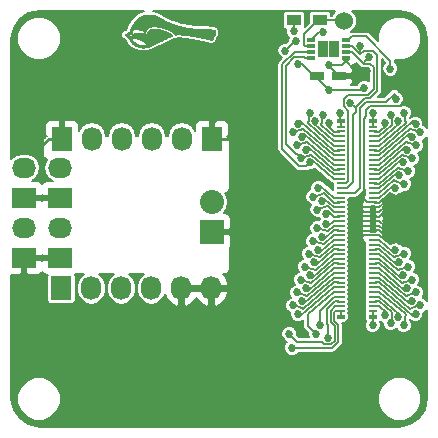
<source format=gbl>
G04 #@! TF.FileFunction,Copper,L2,Bot,Signal*
%FSLAX46Y46*%
G04 Gerber Fmt 4.6, Leading zero omitted, Abs format (unit mm)*
G04 Created by KiCad (PCBNEW (2015-11-03 BZR 6296)-product) date Monday, December 21, 2015 'PMt' 04:07:47 PM*
%MOMM*%
G01*
G04 APERTURE LIST*
%ADD10C,0.100000*%
%ADD11C,0.010000*%
%ADD12O,2.032000X1.727200*%
%ADD13R,2.032000X1.727200*%
%ADD14R,0.660000X0.230000*%
%ADD15R,0.660000X0.350000*%
%ADD16R,1.200000X0.750000*%
%ADD17R,0.750000X0.300000*%
%ADD18R,0.875000X0.725000*%
%ADD19R,1.200000X0.900000*%
%ADD20C,1.524000*%
%ADD21R,1.727200X2.032000*%
%ADD22O,1.727200X2.032000*%
%ADD23R,2.032000X2.032000*%
%ADD24O,2.032000X2.032000*%
%ADD25C,0.685800*%
%ADD26C,0.685801*%
%ADD27C,0.152400*%
%ADD28C,0.254000*%
G04 APERTURE END LIST*
D10*
D11*
G36*
X141609423Y-93494931D02*
X141641094Y-93494428D01*
X141668725Y-93493379D01*
X141693824Y-93491660D01*
X141717893Y-93489149D01*
X141742439Y-93485724D01*
X141768967Y-93481260D01*
X141790931Y-93477185D01*
X141849786Y-93464422D01*
X141910883Y-93448355D01*
X141971336Y-93429818D01*
X142028260Y-93409646D01*
X142039639Y-93405223D01*
X142082817Y-93388030D01*
X142125192Y-93370892D01*
X142167150Y-93353630D01*
X142209080Y-93336063D01*
X142251369Y-93318011D01*
X142294404Y-93299293D01*
X142338573Y-93279729D01*
X142384265Y-93259138D01*
X142431866Y-93237341D01*
X142481764Y-93214156D01*
X142534347Y-93189403D01*
X142590003Y-93162901D01*
X142649118Y-93134472D01*
X142712082Y-93103933D01*
X142779280Y-93071104D01*
X142851102Y-93035806D01*
X142927935Y-92997857D01*
X143010166Y-92957077D01*
X143098183Y-92913286D01*
X143120903Y-92901963D01*
X143199183Y-92863019D01*
X143271702Y-92827120D01*
X143338949Y-92794039D01*
X143401415Y-92763552D01*
X143459589Y-92735433D01*
X143513962Y-92709455D01*
X143565024Y-92685394D01*
X143613265Y-92663022D01*
X143659175Y-92642115D01*
X143703244Y-92622447D01*
X143745962Y-92603792D01*
X143787819Y-92585924D01*
X143829306Y-92568618D01*
X143870912Y-92551647D01*
X143913128Y-92534787D01*
X143946403Y-92521719D01*
X143969926Y-92512482D01*
X143991319Y-92503963D01*
X144009688Y-92496527D01*
X144024143Y-92490540D01*
X144033791Y-92486365D01*
X144037732Y-92484376D01*
X144037199Y-92480281D01*
X144031987Y-92472263D01*
X144022739Y-92461032D01*
X144010100Y-92447296D01*
X143994712Y-92431764D01*
X143977219Y-92415145D01*
X143964178Y-92403343D01*
X143896199Y-92347242D01*
X143821764Y-92293747D01*
X143740994Y-92242914D01*
X143654011Y-92194800D01*
X143560938Y-92149462D01*
X143461897Y-92106957D01*
X143357009Y-92067342D01*
X143246398Y-92030673D01*
X143130185Y-91997008D01*
X143043292Y-91974704D01*
X142942697Y-91951462D01*
X142847709Y-91932133D01*
X142758081Y-91916697D01*
X142673561Y-91905132D01*
X142593901Y-91897420D01*
X142518851Y-91893538D01*
X142448163Y-91893465D01*
X142381587Y-91897182D01*
X142318874Y-91904668D01*
X142281082Y-91911340D01*
X142220450Y-91926252D01*
X142165094Y-91945633D01*
X142115086Y-91969410D01*
X142070499Y-91997509D01*
X142031404Y-92029858D01*
X141997873Y-92066383D01*
X141969979Y-92107012D01*
X141947795Y-92151671D01*
X141931392Y-92200287D01*
X141920842Y-92252786D01*
X141917903Y-92279060D01*
X141917085Y-92290167D01*
X141916149Y-92298302D01*
X141914111Y-92304006D01*
X141909991Y-92307822D01*
X141902806Y-92310290D01*
X141891575Y-92311954D01*
X141875315Y-92313354D01*
X141853045Y-92315033D01*
X141852667Y-92315063D01*
X141825115Y-92317290D01*
X141803944Y-92319184D01*
X141788491Y-92320834D01*
X141778094Y-92322327D01*
X141772090Y-92323751D01*
X141769817Y-92325193D01*
X141769918Y-92326026D01*
X141767973Y-92327335D01*
X141761139Y-92327560D01*
X141751468Y-92326886D01*
X141741010Y-92325503D01*
X141731817Y-92323597D01*
X141727431Y-92322141D01*
X141721923Y-92320624D01*
X141710616Y-92318164D01*
X141694669Y-92314992D01*
X141675241Y-92311335D01*
X141653489Y-92307422D01*
X141648056Y-92306471D01*
X141566570Y-92292964D01*
X141489154Y-92281591D01*
X141413266Y-92272013D01*
X141336367Y-92263891D01*
X141312917Y-92261706D01*
X141290487Y-92260112D01*
X141263281Y-92258879D01*
X141232652Y-92258007D01*
X141199951Y-92257496D01*
X141166529Y-92257348D01*
X141133738Y-92257562D01*
X141102930Y-92258139D01*
X141075455Y-92259080D01*
X141052666Y-92260385D01*
X141039514Y-92261598D01*
X140966686Y-92271253D01*
X140895829Y-92283140D01*
X140825068Y-92297651D01*
X140752527Y-92315178D01*
X140676331Y-92336110D01*
X140660857Y-92340632D01*
X140638243Y-92347425D01*
X140621577Y-92352778D01*
X140609982Y-92357041D01*
X140602578Y-92360562D01*
X140598490Y-92363691D01*
X140597057Y-92366032D01*
X140596091Y-92371145D01*
X140594509Y-92382439D01*
X140592410Y-92399075D01*
X140589895Y-92420217D01*
X140587063Y-92445025D01*
X140584013Y-92472662D01*
X140580918Y-92501608D01*
X140577321Y-92535601D01*
X140574435Y-92563243D01*
X140572312Y-92585209D01*
X140571001Y-92602170D01*
X140570553Y-92614802D01*
X140571018Y-92623777D01*
X140572447Y-92629770D01*
X140574890Y-92633453D01*
X140578397Y-92635501D01*
X140583018Y-92636587D01*
X140588805Y-92637385D01*
X140591091Y-92637717D01*
X140602337Y-92639746D01*
X140619389Y-92643203D01*
X140641193Y-92647849D01*
X140666700Y-92653445D01*
X140694858Y-92659751D01*
X140724615Y-92666529D01*
X140754921Y-92673539D01*
X140784725Y-92680543D01*
X140812975Y-92687300D01*
X140838620Y-92693573D01*
X140857833Y-92698407D01*
X140960462Y-92725766D01*
X141056453Y-92753603D01*
X141146213Y-92782055D01*
X141230153Y-92811258D01*
X141308680Y-92841350D01*
X141382203Y-92872466D01*
X141394056Y-92877787D01*
X141464730Y-92912240D01*
X141536700Y-92951978D01*
X141608246Y-92995908D01*
X141677648Y-93042934D01*
X141743190Y-93091963D01*
X141787403Y-93128214D01*
X141805065Y-93143577D01*
X141823398Y-93159988D01*
X141841684Y-93176756D01*
X141859206Y-93193190D01*
X141875249Y-93208599D01*
X141889095Y-93222291D01*
X141900027Y-93233576D01*
X141907329Y-93241762D01*
X141910283Y-93246159D01*
X141910219Y-93246632D01*
X141904114Y-93249881D01*
X141892137Y-93254203D01*
X141875347Y-93259337D01*
X141854801Y-93265020D01*
X141831556Y-93270989D01*
X141806670Y-93276981D01*
X141781199Y-93282735D01*
X141756201Y-93287987D01*
X141732732Y-93292474D01*
X141711852Y-93295935D01*
X141711556Y-93295979D01*
X141656513Y-93302523D01*
X141602179Y-93305577D01*
X141547039Y-93305107D01*
X141489581Y-93301077D01*
X141428289Y-93293452D01*
X141398461Y-93288739D01*
X141305204Y-93270150D01*
X141215771Y-93246293D01*
X141130377Y-93217275D01*
X141049234Y-93183203D01*
X140972557Y-93144182D01*
X140900558Y-93100319D01*
X140833451Y-93051720D01*
X140771449Y-92998491D01*
X140727949Y-92955085D01*
X140685574Y-92906444D01*
X140647536Y-92855667D01*
X140614493Y-92803770D01*
X140587105Y-92751770D01*
X140569656Y-92710645D01*
X140564680Y-92698231D01*
X140560056Y-92688063D01*
X140556789Y-92682348D01*
X140553532Y-92679042D01*
X140545631Y-92671330D01*
X140533561Y-92659666D01*
X140517793Y-92644504D01*
X140498801Y-92626296D01*
X140477057Y-92605496D01*
X140453034Y-92582558D01*
X140427205Y-92557935D01*
X140408042Y-92539691D01*
X140381341Y-92514263D01*
X140356208Y-92490288D01*
X140333104Y-92468206D01*
X140312486Y-92448460D01*
X140294813Y-92431487D01*
X140280545Y-92417730D01*
X140270139Y-92407629D01*
X140264055Y-92401624D01*
X140262607Y-92400078D01*
X140265572Y-92398301D01*
X140274384Y-92393948D01*
X140288436Y-92387299D01*
X140307123Y-92378632D01*
X140329836Y-92368227D01*
X140355972Y-92356363D01*
X140384923Y-92343317D01*
X140416083Y-92329370D01*
X140423468Y-92326077D01*
X140585126Y-92254058D01*
X140601981Y-92193786D01*
X140610094Y-92165801D01*
X140619941Y-92133466D01*
X140630916Y-92098653D01*
X140642411Y-92063238D01*
X140653817Y-92029093D01*
X140664527Y-91998093D01*
X140673511Y-91973243D01*
X140678959Y-91959557D01*
X140683479Y-91951083D01*
X140688136Y-91946267D01*
X140693830Y-91943608D01*
X140701132Y-91942442D01*
X140714453Y-91941504D01*
X140732760Y-91940791D01*
X140755020Y-91940303D01*
X140780201Y-91940035D01*
X140807269Y-91939987D01*
X140835192Y-91940155D01*
X140862937Y-91940539D01*
X140889472Y-91941134D01*
X140913763Y-91941940D01*
X140934777Y-91942954D01*
X140951319Y-91944159D01*
X141114261Y-91961788D01*
X141214139Y-91975162D01*
X141256859Y-91981600D01*
X141293678Y-91987900D01*
X141325734Y-91994376D01*
X141354167Y-92001339D01*
X141380116Y-92009101D01*
X141404721Y-92017975D01*
X141429122Y-92028273D01*
X141454457Y-92040306D01*
X141457556Y-92041853D01*
X141513115Y-92073187D01*
X141567664Y-92110789D01*
X141620233Y-92153872D01*
X141669852Y-92201647D01*
X141710314Y-92246958D01*
X141728347Y-92268681D01*
X141730748Y-92243431D01*
X141737775Y-92196009D01*
X141749681Y-92146832D01*
X141765802Y-92097776D01*
X141785477Y-92050718D01*
X141808042Y-92007537D01*
X141821719Y-91985711D01*
X141859340Y-91935994D01*
X141902141Y-91890997D01*
X141950037Y-91850749D01*
X142002937Y-91815277D01*
X142060757Y-91784611D01*
X142123406Y-91758777D01*
X142190799Y-91737803D01*
X142262848Y-91721718D01*
X142339465Y-91710549D01*
X142420562Y-91704324D01*
X142506053Y-91703071D01*
X142595848Y-91706818D01*
X142674639Y-91713861D01*
X142747782Y-91723178D01*
X142825875Y-91735491D01*
X142907621Y-91750519D01*
X142991724Y-91767976D01*
X143076887Y-91787582D01*
X143161813Y-91809051D01*
X143245205Y-91832101D01*
X143321986Y-91855255D01*
X143419460Y-91887888D01*
X143513786Y-91923330D01*
X143604613Y-91961371D01*
X143691592Y-92001797D01*
X143774372Y-92044400D01*
X143852604Y-92088966D01*
X143925937Y-92135286D01*
X143994021Y-92183147D01*
X144056506Y-92232339D01*
X144113041Y-92282650D01*
X144163278Y-92333869D01*
X144206865Y-92385785D01*
X144211516Y-92391897D01*
X144221132Y-92404324D01*
X144227892Y-92411896D01*
X144232929Y-92415578D01*
X144237377Y-92416336D01*
X144239726Y-92415921D01*
X144259163Y-92411612D01*
X144284240Y-92406930D01*
X144313568Y-92402078D01*
X144345757Y-92397263D01*
X144379415Y-92392687D01*
X144413152Y-92388557D01*
X144445578Y-92385077D01*
X144456167Y-92384068D01*
X144487905Y-92381538D01*
X144519888Y-92379816D01*
X144552791Y-92378933D01*
X144587290Y-92378920D01*
X144624060Y-92379806D01*
X144663775Y-92381623D01*
X144707113Y-92384401D01*
X144754746Y-92388171D01*
X144807352Y-92392963D01*
X144865605Y-92398808D01*
X144927125Y-92405400D01*
X145016165Y-92415763D01*
X145111639Y-92427982D01*
X145213193Y-92441993D01*
X145320469Y-92457731D01*
X145433115Y-92475132D01*
X145550774Y-92494133D01*
X145673091Y-92514668D01*
X145799712Y-92536674D01*
X145930280Y-92560086D01*
X146064441Y-92584840D01*
X146201840Y-92610872D01*
X146342121Y-92638118D01*
X146484930Y-92666514D01*
X146629911Y-92695994D01*
X146776709Y-92726495D01*
X146924969Y-92757954D01*
X147074335Y-92790304D01*
X147161972Y-92809592D01*
X147206466Y-92819446D01*
X147244684Y-92827733D01*
X147277258Y-92834320D01*
X147304823Y-92839072D01*
X147328011Y-92841854D01*
X147347455Y-92842532D01*
X147363788Y-92840972D01*
X147377642Y-92837038D01*
X147389652Y-92830596D01*
X147400449Y-92821512D01*
X147410667Y-92809652D01*
X147420938Y-92794880D01*
X147431896Y-92777062D01*
X147444174Y-92756064D01*
X147448453Y-92748705D01*
X147485722Y-92682928D01*
X147520654Y-92617678D01*
X147552855Y-92553786D01*
X147581929Y-92492085D01*
X147607481Y-92433406D01*
X147629117Y-92378581D01*
X147642982Y-92339141D01*
X147658442Y-92286728D01*
X147669158Y-92237816D01*
X147675158Y-92192633D01*
X147676469Y-92151406D01*
X147673119Y-92114365D01*
X147665134Y-92081738D01*
X147652543Y-92053753D01*
X147635372Y-92030638D01*
X147613649Y-92012622D01*
X147603124Y-92006605D01*
X147592991Y-92001846D01*
X147581941Y-91997476D01*
X147569615Y-91993467D01*
X147555657Y-91989791D01*
X147539709Y-91986419D01*
X147521413Y-91983323D01*
X147500414Y-91980476D01*
X147476352Y-91977848D01*
X147448872Y-91975413D01*
X147417615Y-91973141D01*
X147382225Y-91971005D01*
X147342343Y-91968977D01*
X147297613Y-91967027D01*
X147247677Y-91965129D01*
X147192178Y-91963254D01*
X147130759Y-91961374D01*
X147063062Y-91959460D01*
X146988731Y-91957485D01*
X146975000Y-91957131D01*
X146852923Y-91953793D01*
X146737344Y-91950214D01*
X146627707Y-91946361D01*
X146523456Y-91942206D01*
X146424037Y-91937716D01*
X146328895Y-91932862D01*
X146237474Y-91927612D01*
X146149219Y-91921936D01*
X146063574Y-91915804D01*
X145979985Y-91909184D01*
X145897897Y-91902046D01*
X145816754Y-91894360D01*
X145789667Y-91891655D01*
X145660967Y-91877823D01*
X145536502Y-91862727D01*
X145415523Y-91846195D01*
X145297281Y-91828059D01*
X145181028Y-91808149D01*
X145066016Y-91786295D01*
X144951496Y-91762329D01*
X144836721Y-91736080D01*
X144720941Y-91707380D01*
X144603408Y-91676058D01*
X144483373Y-91641946D01*
X144360090Y-91604873D01*
X144232808Y-91564671D01*
X144100780Y-91521170D01*
X143995792Y-91485449D01*
X143945932Y-91467941D01*
X143898400Y-91450515D01*
X143852527Y-91432850D01*
X143807643Y-91414626D01*
X143763080Y-91395524D01*
X143718167Y-91375221D01*
X143672235Y-91353399D01*
X143624615Y-91329737D01*
X143574637Y-91303915D01*
X143521633Y-91275612D01*
X143464932Y-91244508D01*
X143403865Y-91210283D01*
X143337763Y-91172616D01*
X143316694Y-91160507D01*
X143258073Y-91126777D01*
X143205102Y-91096349D01*
X143157334Y-91068975D01*
X143114321Y-91044409D01*
X143075616Y-91022404D01*
X143040771Y-91002713D01*
X143009338Y-90985090D01*
X142980870Y-90969286D01*
X142954919Y-90955056D01*
X142931037Y-90942152D01*
X142908777Y-90930328D01*
X142887692Y-90919336D01*
X142867332Y-90908930D01*
X142847252Y-90898862D01*
X142827003Y-90888887D01*
X142806138Y-90878756D01*
X142804306Y-90877872D01*
X142736867Y-90846435D01*
X142673250Y-90819181D01*
X142612082Y-90795718D01*
X142551992Y-90775655D01*
X142491609Y-90758598D01*
X142429560Y-90744156D01*
X142364474Y-90731936D01*
X142294978Y-90721546D01*
X142230139Y-90713721D01*
X142189152Y-90709961D01*
X142143206Y-90707001D01*
X142094358Y-90704895D01*
X142044663Y-90703699D01*
X141996179Y-90703468D01*
X141950962Y-90704256D01*
X141921458Y-90705492D01*
X141841912Y-90712135D01*
X141761456Y-90723257D01*
X141681278Y-90738557D01*
X141602567Y-90757737D01*
X141526511Y-90780499D01*
X141454298Y-90806544D01*
X141387116Y-90835573D01*
X141369008Y-90844375D01*
X141288028Y-90888628D01*
X141208806Y-90939592D01*
X141131482Y-90997107D01*
X141056195Y-91061017D01*
X140983086Y-91131164D01*
X140912295Y-91207390D01*
X140843960Y-91289537D01*
X140778223Y-91377448D01*
X140715222Y-91470964D01*
X140655097Y-91569930D01*
X140597989Y-91674186D01*
X140552897Y-91764799D01*
X140534559Y-91804713D01*
X140516937Y-91846078D01*
X140499526Y-91890186D01*
X140481819Y-91938328D01*
X140463310Y-91991796D01*
X140458965Y-92004750D01*
X140451296Y-92028196D01*
X140443193Y-92053786D01*
X140435008Y-92080327D01*
X140427093Y-92106627D01*
X140419801Y-92131492D01*
X140413485Y-92153731D01*
X140408496Y-92172152D01*
X140405187Y-92185560D01*
X140404378Y-92189442D01*
X140402209Y-92201004D01*
X140197595Y-92283572D01*
X140161615Y-92298117D01*
X140127607Y-92311915D01*
X140096132Y-92324734D01*
X140067748Y-92336346D01*
X140043014Y-92346520D01*
X140022490Y-92355026D01*
X140006734Y-92361633D01*
X139996307Y-92366111D01*
X139991768Y-92368231D01*
X139991619Y-92368344D01*
X139993960Y-92370994D01*
X140001162Y-92377950D01*
X140012812Y-92388837D01*
X140028495Y-92403276D01*
X140047797Y-92420892D01*
X140070304Y-92441306D01*
X140095601Y-92464141D01*
X140123274Y-92489021D01*
X140152909Y-92515568D01*
X140178286Y-92538231D01*
X140214302Y-92570360D01*
X140245416Y-92598154D01*
X140271998Y-92621967D01*
X140294415Y-92642152D01*
X140313038Y-92659065D01*
X140328235Y-92673058D01*
X140340376Y-92684487D01*
X140349830Y-92693706D01*
X140356965Y-92701069D01*
X140362152Y-92706929D01*
X140365759Y-92711642D01*
X140368156Y-92715561D01*
X140369712Y-92719041D01*
X140370795Y-92722435D01*
X140370979Y-92723103D01*
X140377388Y-92743652D01*
X140386490Y-92768602D01*
X140397560Y-92796184D01*
X140409874Y-92824625D01*
X140422705Y-92852157D01*
X140429300Y-92865446D01*
X140461749Y-92923655D01*
X140498977Y-92979780D01*
X140541666Y-93034751D01*
X140590499Y-93089498D01*
X140603642Y-93103151D01*
X140659151Y-93156690D01*
X140716431Y-93205173D01*
X140776685Y-93249469D01*
X140841117Y-93290443D01*
X140910931Y-93328963D01*
X140931917Y-93339580D01*
X140999971Y-93371452D01*
X141067985Y-93399287D01*
X141137187Y-93423459D01*
X141208807Y-93444341D01*
X141284072Y-93462308D01*
X141364212Y-93477732D01*
X141410680Y-93485248D01*
X141430516Y-93488168D01*
X141447844Y-93490434D01*
X141464061Y-93492130D01*
X141480562Y-93493341D01*
X141498742Y-93494152D01*
X141519998Y-93494645D01*
X141545724Y-93494906D01*
X141572208Y-93495009D01*
X141609423Y-93494931D01*
X141609423Y-93494931D01*
G37*
X141609423Y-93494931D02*
X141641094Y-93494428D01*
X141668725Y-93493379D01*
X141693824Y-93491660D01*
X141717893Y-93489149D01*
X141742439Y-93485724D01*
X141768967Y-93481260D01*
X141790931Y-93477185D01*
X141849786Y-93464422D01*
X141910883Y-93448355D01*
X141971336Y-93429818D01*
X142028260Y-93409646D01*
X142039639Y-93405223D01*
X142082817Y-93388030D01*
X142125192Y-93370892D01*
X142167150Y-93353630D01*
X142209080Y-93336063D01*
X142251369Y-93318011D01*
X142294404Y-93299293D01*
X142338573Y-93279729D01*
X142384265Y-93259138D01*
X142431866Y-93237341D01*
X142481764Y-93214156D01*
X142534347Y-93189403D01*
X142590003Y-93162901D01*
X142649118Y-93134472D01*
X142712082Y-93103933D01*
X142779280Y-93071104D01*
X142851102Y-93035806D01*
X142927935Y-92997857D01*
X143010166Y-92957077D01*
X143098183Y-92913286D01*
X143120903Y-92901963D01*
X143199183Y-92863019D01*
X143271702Y-92827120D01*
X143338949Y-92794039D01*
X143401415Y-92763552D01*
X143459589Y-92735433D01*
X143513962Y-92709455D01*
X143565024Y-92685394D01*
X143613265Y-92663022D01*
X143659175Y-92642115D01*
X143703244Y-92622447D01*
X143745962Y-92603792D01*
X143787819Y-92585924D01*
X143829306Y-92568618D01*
X143870912Y-92551647D01*
X143913128Y-92534787D01*
X143946403Y-92521719D01*
X143969926Y-92512482D01*
X143991319Y-92503963D01*
X144009688Y-92496527D01*
X144024143Y-92490540D01*
X144033791Y-92486365D01*
X144037732Y-92484376D01*
X144037199Y-92480281D01*
X144031987Y-92472263D01*
X144022739Y-92461032D01*
X144010100Y-92447296D01*
X143994712Y-92431764D01*
X143977219Y-92415145D01*
X143964178Y-92403343D01*
X143896199Y-92347242D01*
X143821764Y-92293747D01*
X143740994Y-92242914D01*
X143654011Y-92194800D01*
X143560938Y-92149462D01*
X143461897Y-92106957D01*
X143357009Y-92067342D01*
X143246398Y-92030673D01*
X143130185Y-91997008D01*
X143043292Y-91974704D01*
X142942697Y-91951462D01*
X142847709Y-91932133D01*
X142758081Y-91916697D01*
X142673561Y-91905132D01*
X142593901Y-91897420D01*
X142518851Y-91893538D01*
X142448163Y-91893465D01*
X142381587Y-91897182D01*
X142318874Y-91904668D01*
X142281082Y-91911340D01*
X142220450Y-91926252D01*
X142165094Y-91945633D01*
X142115086Y-91969410D01*
X142070499Y-91997509D01*
X142031404Y-92029858D01*
X141997873Y-92066383D01*
X141969979Y-92107012D01*
X141947795Y-92151671D01*
X141931392Y-92200287D01*
X141920842Y-92252786D01*
X141917903Y-92279060D01*
X141917085Y-92290167D01*
X141916149Y-92298302D01*
X141914111Y-92304006D01*
X141909991Y-92307822D01*
X141902806Y-92310290D01*
X141891575Y-92311954D01*
X141875315Y-92313354D01*
X141853045Y-92315033D01*
X141852667Y-92315063D01*
X141825115Y-92317290D01*
X141803944Y-92319184D01*
X141788491Y-92320834D01*
X141778094Y-92322327D01*
X141772090Y-92323751D01*
X141769817Y-92325193D01*
X141769918Y-92326026D01*
X141767973Y-92327335D01*
X141761139Y-92327560D01*
X141751468Y-92326886D01*
X141741010Y-92325503D01*
X141731817Y-92323597D01*
X141727431Y-92322141D01*
X141721923Y-92320624D01*
X141710616Y-92318164D01*
X141694669Y-92314992D01*
X141675241Y-92311335D01*
X141653489Y-92307422D01*
X141648056Y-92306471D01*
X141566570Y-92292964D01*
X141489154Y-92281591D01*
X141413266Y-92272013D01*
X141336367Y-92263891D01*
X141312917Y-92261706D01*
X141290487Y-92260112D01*
X141263281Y-92258879D01*
X141232652Y-92258007D01*
X141199951Y-92257496D01*
X141166529Y-92257348D01*
X141133738Y-92257562D01*
X141102930Y-92258139D01*
X141075455Y-92259080D01*
X141052666Y-92260385D01*
X141039514Y-92261598D01*
X140966686Y-92271253D01*
X140895829Y-92283140D01*
X140825068Y-92297651D01*
X140752527Y-92315178D01*
X140676331Y-92336110D01*
X140660857Y-92340632D01*
X140638243Y-92347425D01*
X140621577Y-92352778D01*
X140609982Y-92357041D01*
X140602578Y-92360562D01*
X140598490Y-92363691D01*
X140597057Y-92366032D01*
X140596091Y-92371145D01*
X140594509Y-92382439D01*
X140592410Y-92399075D01*
X140589895Y-92420217D01*
X140587063Y-92445025D01*
X140584013Y-92472662D01*
X140580918Y-92501608D01*
X140577321Y-92535601D01*
X140574435Y-92563243D01*
X140572312Y-92585209D01*
X140571001Y-92602170D01*
X140570553Y-92614802D01*
X140571018Y-92623777D01*
X140572447Y-92629770D01*
X140574890Y-92633453D01*
X140578397Y-92635501D01*
X140583018Y-92636587D01*
X140588805Y-92637385D01*
X140591091Y-92637717D01*
X140602337Y-92639746D01*
X140619389Y-92643203D01*
X140641193Y-92647849D01*
X140666700Y-92653445D01*
X140694858Y-92659751D01*
X140724615Y-92666529D01*
X140754921Y-92673539D01*
X140784725Y-92680543D01*
X140812975Y-92687300D01*
X140838620Y-92693573D01*
X140857833Y-92698407D01*
X140960462Y-92725766D01*
X141056453Y-92753603D01*
X141146213Y-92782055D01*
X141230153Y-92811258D01*
X141308680Y-92841350D01*
X141382203Y-92872466D01*
X141394056Y-92877787D01*
X141464730Y-92912240D01*
X141536700Y-92951978D01*
X141608246Y-92995908D01*
X141677648Y-93042934D01*
X141743190Y-93091963D01*
X141787403Y-93128214D01*
X141805065Y-93143577D01*
X141823398Y-93159988D01*
X141841684Y-93176756D01*
X141859206Y-93193190D01*
X141875249Y-93208599D01*
X141889095Y-93222291D01*
X141900027Y-93233576D01*
X141907329Y-93241762D01*
X141910283Y-93246159D01*
X141910219Y-93246632D01*
X141904114Y-93249881D01*
X141892137Y-93254203D01*
X141875347Y-93259337D01*
X141854801Y-93265020D01*
X141831556Y-93270989D01*
X141806670Y-93276981D01*
X141781199Y-93282735D01*
X141756201Y-93287987D01*
X141732732Y-93292474D01*
X141711852Y-93295935D01*
X141711556Y-93295979D01*
X141656513Y-93302523D01*
X141602179Y-93305577D01*
X141547039Y-93305107D01*
X141489581Y-93301077D01*
X141428289Y-93293452D01*
X141398461Y-93288739D01*
X141305204Y-93270150D01*
X141215771Y-93246293D01*
X141130377Y-93217275D01*
X141049234Y-93183203D01*
X140972557Y-93144182D01*
X140900558Y-93100319D01*
X140833451Y-93051720D01*
X140771449Y-92998491D01*
X140727949Y-92955085D01*
X140685574Y-92906444D01*
X140647536Y-92855667D01*
X140614493Y-92803770D01*
X140587105Y-92751770D01*
X140569656Y-92710645D01*
X140564680Y-92698231D01*
X140560056Y-92688063D01*
X140556789Y-92682348D01*
X140553532Y-92679042D01*
X140545631Y-92671330D01*
X140533561Y-92659666D01*
X140517793Y-92644504D01*
X140498801Y-92626296D01*
X140477057Y-92605496D01*
X140453034Y-92582558D01*
X140427205Y-92557935D01*
X140408042Y-92539691D01*
X140381341Y-92514263D01*
X140356208Y-92490288D01*
X140333104Y-92468206D01*
X140312486Y-92448460D01*
X140294813Y-92431487D01*
X140280545Y-92417730D01*
X140270139Y-92407629D01*
X140264055Y-92401624D01*
X140262607Y-92400078D01*
X140265572Y-92398301D01*
X140274384Y-92393948D01*
X140288436Y-92387299D01*
X140307123Y-92378632D01*
X140329836Y-92368227D01*
X140355972Y-92356363D01*
X140384923Y-92343317D01*
X140416083Y-92329370D01*
X140423468Y-92326077D01*
X140585126Y-92254058D01*
X140601981Y-92193786D01*
X140610094Y-92165801D01*
X140619941Y-92133466D01*
X140630916Y-92098653D01*
X140642411Y-92063238D01*
X140653817Y-92029093D01*
X140664527Y-91998093D01*
X140673511Y-91973243D01*
X140678959Y-91959557D01*
X140683479Y-91951083D01*
X140688136Y-91946267D01*
X140693830Y-91943608D01*
X140701132Y-91942442D01*
X140714453Y-91941504D01*
X140732760Y-91940791D01*
X140755020Y-91940303D01*
X140780201Y-91940035D01*
X140807269Y-91939987D01*
X140835192Y-91940155D01*
X140862937Y-91940539D01*
X140889472Y-91941134D01*
X140913763Y-91941940D01*
X140934777Y-91942954D01*
X140951319Y-91944159D01*
X141114261Y-91961788D01*
X141214139Y-91975162D01*
X141256859Y-91981600D01*
X141293678Y-91987900D01*
X141325734Y-91994376D01*
X141354167Y-92001339D01*
X141380116Y-92009101D01*
X141404721Y-92017975D01*
X141429122Y-92028273D01*
X141454457Y-92040306D01*
X141457556Y-92041853D01*
X141513115Y-92073187D01*
X141567664Y-92110789D01*
X141620233Y-92153872D01*
X141669852Y-92201647D01*
X141710314Y-92246958D01*
X141728347Y-92268681D01*
X141730748Y-92243431D01*
X141737775Y-92196009D01*
X141749681Y-92146832D01*
X141765802Y-92097776D01*
X141785477Y-92050718D01*
X141808042Y-92007537D01*
X141821719Y-91985711D01*
X141859340Y-91935994D01*
X141902141Y-91890997D01*
X141950037Y-91850749D01*
X142002937Y-91815277D01*
X142060757Y-91784611D01*
X142123406Y-91758777D01*
X142190799Y-91737803D01*
X142262848Y-91721718D01*
X142339465Y-91710549D01*
X142420562Y-91704324D01*
X142506053Y-91703071D01*
X142595848Y-91706818D01*
X142674639Y-91713861D01*
X142747782Y-91723178D01*
X142825875Y-91735491D01*
X142907621Y-91750519D01*
X142991724Y-91767976D01*
X143076887Y-91787582D01*
X143161813Y-91809051D01*
X143245205Y-91832101D01*
X143321986Y-91855255D01*
X143419460Y-91887888D01*
X143513786Y-91923330D01*
X143604613Y-91961371D01*
X143691592Y-92001797D01*
X143774372Y-92044400D01*
X143852604Y-92088966D01*
X143925937Y-92135286D01*
X143994021Y-92183147D01*
X144056506Y-92232339D01*
X144113041Y-92282650D01*
X144163278Y-92333869D01*
X144206865Y-92385785D01*
X144211516Y-92391897D01*
X144221132Y-92404324D01*
X144227892Y-92411896D01*
X144232929Y-92415578D01*
X144237377Y-92416336D01*
X144239726Y-92415921D01*
X144259163Y-92411612D01*
X144284240Y-92406930D01*
X144313568Y-92402078D01*
X144345757Y-92397263D01*
X144379415Y-92392687D01*
X144413152Y-92388557D01*
X144445578Y-92385077D01*
X144456167Y-92384068D01*
X144487905Y-92381538D01*
X144519888Y-92379816D01*
X144552791Y-92378933D01*
X144587290Y-92378920D01*
X144624060Y-92379806D01*
X144663775Y-92381623D01*
X144707113Y-92384401D01*
X144754746Y-92388171D01*
X144807352Y-92392963D01*
X144865605Y-92398808D01*
X144927125Y-92405400D01*
X145016165Y-92415763D01*
X145111639Y-92427982D01*
X145213193Y-92441993D01*
X145320469Y-92457731D01*
X145433115Y-92475132D01*
X145550774Y-92494133D01*
X145673091Y-92514668D01*
X145799712Y-92536674D01*
X145930280Y-92560086D01*
X146064441Y-92584840D01*
X146201840Y-92610872D01*
X146342121Y-92638118D01*
X146484930Y-92666514D01*
X146629911Y-92695994D01*
X146776709Y-92726495D01*
X146924969Y-92757954D01*
X147074335Y-92790304D01*
X147161972Y-92809592D01*
X147206466Y-92819446D01*
X147244684Y-92827733D01*
X147277258Y-92834320D01*
X147304823Y-92839072D01*
X147328011Y-92841854D01*
X147347455Y-92842532D01*
X147363788Y-92840972D01*
X147377642Y-92837038D01*
X147389652Y-92830596D01*
X147400449Y-92821512D01*
X147410667Y-92809652D01*
X147420938Y-92794880D01*
X147431896Y-92777062D01*
X147444174Y-92756064D01*
X147448453Y-92748705D01*
X147485722Y-92682928D01*
X147520654Y-92617678D01*
X147552855Y-92553786D01*
X147581929Y-92492085D01*
X147607481Y-92433406D01*
X147629117Y-92378581D01*
X147642982Y-92339141D01*
X147658442Y-92286728D01*
X147669158Y-92237816D01*
X147675158Y-92192633D01*
X147676469Y-92151406D01*
X147673119Y-92114365D01*
X147665134Y-92081738D01*
X147652543Y-92053753D01*
X147635372Y-92030638D01*
X147613649Y-92012622D01*
X147603124Y-92006605D01*
X147592991Y-92001846D01*
X147581941Y-91997476D01*
X147569615Y-91993467D01*
X147555657Y-91989791D01*
X147539709Y-91986419D01*
X147521413Y-91983323D01*
X147500414Y-91980476D01*
X147476352Y-91977848D01*
X147448872Y-91975413D01*
X147417615Y-91973141D01*
X147382225Y-91971005D01*
X147342343Y-91968977D01*
X147297613Y-91967027D01*
X147247677Y-91965129D01*
X147192178Y-91963254D01*
X147130759Y-91961374D01*
X147063062Y-91959460D01*
X146988731Y-91957485D01*
X146975000Y-91957131D01*
X146852923Y-91953793D01*
X146737344Y-91950214D01*
X146627707Y-91946361D01*
X146523456Y-91942206D01*
X146424037Y-91937716D01*
X146328895Y-91932862D01*
X146237474Y-91927612D01*
X146149219Y-91921936D01*
X146063574Y-91915804D01*
X145979985Y-91909184D01*
X145897897Y-91902046D01*
X145816754Y-91894360D01*
X145789667Y-91891655D01*
X145660967Y-91877823D01*
X145536502Y-91862727D01*
X145415523Y-91846195D01*
X145297281Y-91828059D01*
X145181028Y-91808149D01*
X145066016Y-91786295D01*
X144951496Y-91762329D01*
X144836721Y-91736080D01*
X144720941Y-91707380D01*
X144603408Y-91676058D01*
X144483373Y-91641946D01*
X144360090Y-91604873D01*
X144232808Y-91564671D01*
X144100780Y-91521170D01*
X143995792Y-91485449D01*
X143945932Y-91467941D01*
X143898400Y-91450515D01*
X143852527Y-91432850D01*
X143807643Y-91414626D01*
X143763080Y-91395524D01*
X143718167Y-91375221D01*
X143672235Y-91353399D01*
X143624615Y-91329737D01*
X143574637Y-91303915D01*
X143521633Y-91275612D01*
X143464932Y-91244508D01*
X143403865Y-91210283D01*
X143337763Y-91172616D01*
X143316694Y-91160507D01*
X143258073Y-91126777D01*
X143205102Y-91096349D01*
X143157334Y-91068975D01*
X143114321Y-91044409D01*
X143075616Y-91022404D01*
X143040771Y-91002713D01*
X143009338Y-90985090D01*
X142980870Y-90969286D01*
X142954919Y-90955056D01*
X142931037Y-90942152D01*
X142908777Y-90930328D01*
X142887692Y-90919336D01*
X142867332Y-90908930D01*
X142847252Y-90898862D01*
X142827003Y-90888887D01*
X142806138Y-90878756D01*
X142804306Y-90877872D01*
X142736867Y-90846435D01*
X142673250Y-90819181D01*
X142612082Y-90795718D01*
X142551992Y-90775655D01*
X142491609Y-90758598D01*
X142429560Y-90744156D01*
X142364474Y-90731936D01*
X142294978Y-90721546D01*
X142230139Y-90713721D01*
X142189152Y-90709961D01*
X142143206Y-90707001D01*
X142094358Y-90704895D01*
X142044663Y-90703699D01*
X141996179Y-90703468D01*
X141950962Y-90704256D01*
X141921458Y-90705492D01*
X141841912Y-90712135D01*
X141761456Y-90723257D01*
X141681278Y-90738557D01*
X141602567Y-90757737D01*
X141526511Y-90780499D01*
X141454298Y-90806544D01*
X141387116Y-90835573D01*
X141369008Y-90844375D01*
X141288028Y-90888628D01*
X141208806Y-90939592D01*
X141131482Y-90997107D01*
X141056195Y-91061017D01*
X140983086Y-91131164D01*
X140912295Y-91207390D01*
X140843960Y-91289537D01*
X140778223Y-91377448D01*
X140715222Y-91470964D01*
X140655097Y-91569930D01*
X140597989Y-91674186D01*
X140552897Y-91764799D01*
X140534559Y-91804713D01*
X140516937Y-91846078D01*
X140499526Y-91890186D01*
X140481819Y-91938328D01*
X140463310Y-91991796D01*
X140458965Y-92004750D01*
X140451296Y-92028196D01*
X140443193Y-92053786D01*
X140435008Y-92080327D01*
X140427093Y-92106627D01*
X140419801Y-92131492D01*
X140413485Y-92153731D01*
X140408496Y-92172152D01*
X140405187Y-92185560D01*
X140404378Y-92189442D01*
X140402209Y-92201004D01*
X140197595Y-92283572D01*
X140161615Y-92298117D01*
X140127607Y-92311915D01*
X140096132Y-92324734D01*
X140067748Y-92336346D01*
X140043014Y-92346520D01*
X140022490Y-92355026D01*
X140006734Y-92361633D01*
X139996307Y-92366111D01*
X139991768Y-92368231D01*
X139991619Y-92368344D01*
X139993960Y-92370994D01*
X140001162Y-92377950D01*
X140012812Y-92388837D01*
X140028495Y-92403276D01*
X140047797Y-92420892D01*
X140070304Y-92441306D01*
X140095601Y-92464141D01*
X140123274Y-92489021D01*
X140152909Y-92515568D01*
X140178286Y-92538231D01*
X140214302Y-92570360D01*
X140245416Y-92598154D01*
X140271998Y-92621967D01*
X140294415Y-92642152D01*
X140313038Y-92659065D01*
X140328235Y-92673058D01*
X140340376Y-92684487D01*
X140349830Y-92693706D01*
X140356965Y-92701069D01*
X140362152Y-92706929D01*
X140365759Y-92711642D01*
X140368156Y-92715561D01*
X140369712Y-92719041D01*
X140370795Y-92722435D01*
X140370979Y-92723103D01*
X140377388Y-92743652D01*
X140386490Y-92768602D01*
X140397560Y-92796184D01*
X140409874Y-92824625D01*
X140422705Y-92852157D01*
X140429300Y-92865446D01*
X140461749Y-92923655D01*
X140498977Y-92979780D01*
X140541666Y-93034751D01*
X140590499Y-93089498D01*
X140603642Y-93103151D01*
X140659151Y-93156690D01*
X140716431Y-93205173D01*
X140776685Y-93249469D01*
X140841117Y-93290443D01*
X140910931Y-93328963D01*
X140931917Y-93339580D01*
X140999971Y-93371452D01*
X141067985Y-93399287D01*
X141137187Y-93423459D01*
X141208807Y-93444341D01*
X141284072Y-93462308D01*
X141364212Y-93477732D01*
X141410680Y-93485248D01*
X141430516Y-93488168D01*
X141447844Y-93490434D01*
X141464061Y-93492130D01*
X141480562Y-93493341D01*
X141498742Y-93494152D01*
X141519998Y-93494645D01*
X141545724Y-93494906D01*
X141572208Y-93495009D01*
X141609423Y-93494931D01*
D12*
X134550000Y-103700000D03*
D13*
X134550000Y-106240000D03*
D12*
X134550000Y-108780000D03*
D13*
X134550000Y-111320000D03*
D14*
X161005000Y-115800000D03*
X158295000Y-115800000D03*
X161005000Y-100200000D03*
X158295000Y-100200000D03*
X161005000Y-115400000D03*
X161005000Y-115000000D03*
X161005000Y-114600000D03*
X161005000Y-114200000D03*
X161005000Y-113800000D03*
X161005000Y-113400000D03*
X161005000Y-113000000D03*
X161005000Y-112600000D03*
X161005000Y-112200000D03*
X161005000Y-111800000D03*
X161005000Y-111400000D03*
X161005000Y-111000000D03*
X161005000Y-110600000D03*
X161005000Y-110200000D03*
X161005000Y-109800000D03*
X161005000Y-109400000D03*
X161005000Y-109000000D03*
X161005000Y-108600000D03*
X161005000Y-108200000D03*
X161005000Y-107800000D03*
X161005000Y-107400000D03*
X161005000Y-107000000D03*
X161005000Y-106600000D03*
X161005000Y-106200000D03*
X161005000Y-105800000D03*
X161005000Y-105400000D03*
X161005000Y-105000000D03*
X161005000Y-104600000D03*
X161005000Y-104200000D03*
X161005000Y-103800000D03*
X161005000Y-103400000D03*
X161005000Y-103000000D03*
X161005000Y-102600000D03*
X161005000Y-102200000D03*
X161005000Y-101800000D03*
X161005000Y-101400000D03*
X161005000Y-101000000D03*
X161005000Y-100600000D03*
D15*
X161005000Y-99725000D03*
X158295000Y-99725000D03*
X161005000Y-116275000D03*
X158295000Y-116275000D03*
D14*
X158295000Y-100600000D03*
X158295000Y-101000000D03*
X158295000Y-101400000D03*
X158295000Y-101800000D03*
X158295000Y-102200000D03*
X158295000Y-102600000D03*
X158295000Y-103000000D03*
X158295000Y-103400000D03*
X158295000Y-103800000D03*
X158295000Y-104200000D03*
X158295000Y-104600000D03*
X158295000Y-105000000D03*
X158295000Y-105400000D03*
X158295000Y-105800000D03*
X158295000Y-106200000D03*
X158295000Y-106600000D03*
X158295000Y-107000000D03*
X158295000Y-107400000D03*
X158295000Y-107800000D03*
X158295000Y-108200000D03*
X158295000Y-108600000D03*
X158295000Y-109000000D03*
X158295000Y-109400000D03*
X158295000Y-109800000D03*
X158295000Y-110200000D03*
X158295000Y-110600000D03*
X158295000Y-111000000D03*
X158295000Y-111400000D03*
X158295000Y-111800000D03*
X158295000Y-112200000D03*
X158295000Y-112600000D03*
X158295000Y-113000000D03*
X158295000Y-113400000D03*
X158295000Y-113800000D03*
X158295000Y-114200000D03*
X158295000Y-114600000D03*
X158295000Y-115000000D03*
X158295000Y-115400000D03*
D16*
X156250000Y-95900000D03*
X158150000Y-95900000D03*
D17*
X158712500Y-92862500D03*
X158712500Y-93362500D03*
X158712500Y-93862500D03*
X158712500Y-94362500D03*
X155812500Y-94362500D03*
X155812500Y-93862500D03*
X155812500Y-93362500D03*
X155812500Y-92862500D03*
D18*
X156825000Y-93975000D03*
X156825000Y-93250000D03*
X157700000Y-93975000D03*
X157700000Y-93250000D03*
D19*
X156550000Y-91200000D03*
X154350000Y-91200000D03*
D20*
X158550000Y-91250000D03*
D13*
X131500000Y-111300000D03*
D12*
X131500000Y-108760000D03*
D13*
X131500000Y-106220000D03*
D12*
X131500000Y-103680000D03*
D21*
X134650000Y-113890000D03*
D22*
X137190000Y-113890000D03*
X139730000Y-113890000D03*
X142270000Y-113890000D03*
X144810000Y-113890000D03*
X147350000Y-113890000D03*
D21*
X147400000Y-101200000D03*
D22*
X144860000Y-101200000D03*
X142320000Y-101200000D03*
X139780000Y-101200000D03*
X137240000Y-101200000D03*
D21*
X134700000Y-101200000D03*
D23*
X147400000Y-109140000D03*
D24*
X147400000Y-106600000D03*
D25*
X162950000Y-97849974D03*
X162500000Y-95300000D03*
X133000000Y-104600000D03*
X150050000Y-110150000D03*
X150050000Y-109150000D03*
X154600000Y-121350000D03*
D26*
X163335170Y-106128721D03*
X162579214Y-106491109D03*
X162993938Y-107218712D03*
X162237982Y-107581100D03*
X162237982Y-108419301D03*
X162993938Y-108781689D03*
X162579214Y-109509292D03*
X163335170Y-109871680D03*
D25*
X164264956Y-95352566D03*
X160500000Y-95450000D03*
X157300000Y-95000000D03*
X159100000Y-98150000D03*
X159950000Y-93400000D03*
X154500000Y-92950000D03*
X153600000Y-93750000D03*
X154325068Y-92130246D03*
X160303087Y-96914049D03*
X157300000Y-97100000D03*
X156750000Y-92200000D03*
X154650000Y-94900000D03*
D26*
X156380187Y-105401118D03*
D25*
X160729126Y-94320874D03*
D26*
X156306694Y-107218712D03*
X157062650Y-107581100D03*
X157062650Y-108419301D03*
X156306694Y-108781689D03*
X156721418Y-109509292D03*
X155965462Y-109871680D03*
D25*
X153950000Y-117750000D03*
X154171538Y-118920210D03*
X161000000Y-117010000D03*
D26*
X161045015Y-99054899D03*
X158255617Y-99054899D03*
X158255617Y-99054899D03*
X162035617Y-116147324D03*
X162511810Y-116834445D03*
X163166374Y-116308281D03*
X163642567Y-116995401D03*
X164626605Y-116049236D03*
X165041329Y-115321633D03*
X164285373Y-114959245D03*
X164700097Y-114231642D03*
X163944142Y-113869254D03*
X164358866Y-113141651D03*
X163602910Y-112779264D03*
X164017634Y-112051661D03*
X163261678Y-111689273D03*
X163676402Y-110961670D03*
X162920446Y-110599282D03*
X162920446Y-105401118D03*
X163676402Y-105038731D03*
X163261678Y-104311128D03*
X164017634Y-103948740D03*
X163602910Y-103221137D03*
X164358866Y-102858749D03*
X163944142Y-102131146D03*
X164700097Y-101768759D03*
X164285373Y-101041156D03*
X165041329Y-100678768D03*
X164626605Y-99951165D03*
X163642567Y-99005000D03*
X163166374Y-99692120D03*
X162511810Y-99165956D03*
X162035617Y-99853076D03*
X157265015Y-99853076D03*
X156788823Y-99165956D03*
X156134258Y-99692120D03*
X155658066Y-99005000D03*
X154674027Y-99951165D03*
X154259303Y-100678768D03*
X155015259Y-101041156D03*
X154600535Y-101768759D03*
X155356491Y-102131146D03*
X154941767Y-102858749D03*
X155697723Y-103221137D03*
X155965462Y-106128721D03*
X156721418Y-106491109D03*
X156380187Y-110599282D03*
X155624231Y-110961670D03*
X156038955Y-111689273D03*
X155282999Y-112051661D03*
X155697723Y-112779264D03*
X154941767Y-113141651D03*
X155356491Y-113869254D03*
X154600535Y-114231642D03*
X155015259Y-114959245D03*
X154259303Y-115321633D03*
X154674027Y-116049236D03*
X156200000Y-117750000D03*
X156563479Y-116981984D03*
D25*
X157186858Y-118048495D03*
D27*
X162154815Y-98095191D02*
X162850000Y-97400006D01*
X162850000Y-97400006D02*
X162850000Y-97749974D01*
X162850000Y-97749974D02*
X162950000Y-97849974D01*
X159945189Y-105385878D02*
X159945189Y-98623744D01*
X160473743Y-98095191D02*
X162154815Y-98095191D01*
X159531067Y-105800000D02*
X159945189Y-105385878D01*
X159945189Y-98623744D02*
X160473743Y-98095191D01*
X158295000Y-105800000D02*
X159531067Y-105800000D01*
X162500000Y-94815067D02*
X162500000Y-95300000D01*
X159239900Y-92560100D02*
X160445033Y-92560100D01*
X158937500Y-92862500D02*
X159239900Y-92560100D01*
X160445033Y-92560100D02*
X162500000Y-94615067D01*
X158712500Y-92862500D02*
X158937500Y-92862500D01*
X162500000Y-94615067D02*
X162500000Y-94815067D01*
D28*
X147400000Y-101200000D02*
X147400000Y-99930000D01*
X147400000Y-99930000D02*
X148080000Y-99250000D01*
X147400000Y-101200000D02*
X149350000Y-101200000D01*
X134700000Y-101200000D02*
X134700000Y-99650000D01*
X134700000Y-101200000D02*
X133582400Y-101200000D01*
X133582400Y-101200000D02*
X133000000Y-101782400D01*
X133000000Y-101782400D02*
X133000000Y-103500000D01*
X133000000Y-104600000D02*
X133000000Y-103500000D01*
X150050000Y-109150000D02*
X150392899Y-109492899D01*
D27*
X161005000Y-109400000D02*
X159950000Y-109400000D01*
X159850000Y-108850000D02*
X160000000Y-109000000D01*
X160000000Y-109000000D02*
X161005000Y-109000000D01*
X160100000Y-108600000D02*
X159850000Y-108850000D01*
X161005000Y-108600000D02*
X160100000Y-108600000D01*
X159900000Y-108000000D02*
X160100000Y-108200000D01*
X160100000Y-108200000D02*
X161005000Y-108200000D01*
X160100000Y-107800000D02*
X159900000Y-108000000D01*
X161005000Y-107800000D02*
X160100000Y-107800000D01*
X161005000Y-107000000D02*
X159850000Y-107000000D01*
X159850000Y-107000000D02*
X160250000Y-107400000D01*
X160250000Y-107400000D02*
X161005000Y-107400000D01*
D28*
X154600000Y-121350000D02*
X154600000Y-120650000D01*
D27*
X160522600Y-106600000D02*
X160250000Y-106327400D01*
X161005000Y-106600000D02*
X160522600Y-106600000D01*
X160250000Y-99550000D02*
X160473514Y-99326486D01*
X160473514Y-99326486D02*
X160473514Y-98780578D01*
X160770694Y-98483398D02*
X163362426Y-98483398D01*
X163362426Y-98483398D02*
X164200000Y-97645824D01*
X164200000Y-97645824D02*
X164200000Y-97400000D01*
X160250000Y-106327400D02*
X160250000Y-99550000D01*
X160473514Y-98780578D02*
X160770694Y-98483398D01*
X161190316Y-106624000D02*
X161540316Y-106624000D01*
X161540316Y-106624000D02*
X162460992Y-105841578D01*
X162460992Y-105841578D02*
X162749830Y-105946114D01*
X162749830Y-105946114D02*
X163335170Y-106128721D01*
X161190316Y-107024000D02*
X161540316Y-107024000D01*
X161540316Y-107024000D02*
X162406505Y-106287883D01*
X162406505Y-106287883D02*
X162579214Y-106491109D01*
X161190316Y-107424000D02*
X161540316Y-107424000D01*
X161540316Y-107424000D02*
X162119760Y-106931569D01*
X162119760Y-106931569D02*
X162408598Y-107036104D01*
X162408598Y-107036104D02*
X162993938Y-107218712D01*
X161190316Y-107824000D02*
X161540316Y-107824000D01*
X161540316Y-107824000D02*
X162065274Y-107377873D01*
X162065274Y-107377873D02*
X162237982Y-107581100D01*
X161190316Y-108176401D02*
X161540316Y-108176401D01*
X161540316Y-108176401D02*
X162065274Y-108622527D01*
X162065274Y-108622527D02*
X162237982Y-108419301D01*
X161190316Y-108576401D02*
X161540316Y-108576401D01*
X161540316Y-108576401D02*
X162119760Y-109068832D01*
X162119760Y-109068832D02*
X162408598Y-108964297D01*
X162408598Y-108964297D02*
X162993938Y-108781689D01*
X161190316Y-108976401D02*
X161540316Y-108976401D01*
X161540316Y-108976401D02*
X162406505Y-109712518D01*
X162406505Y-109712518D02*
X162579214Y-109509292D01*
X161190316Y-109376401D02*
X161540316Y-109376401D01*
X161540316Y-109376401D02*
X162460992Y-110158823D01*
X162460992Y-110158823D02*
X162749830Y-110054287D01*
X162749830Y-110054287D02*
X163335170Y-109871680D01*
X163750000Y-95382589D02*
X163780023Y-95352566D01*
X163780023Y-95352566D02*
X164264956Y-95352566D01*
X163750000Y-95450000D02*
X163750000Y-95382589D01*
X160500000Y-95450000D02*
X160050000Y-95900000D01*
X160050000Y-95900000D02*
X158150000Y-95900000D01*
X160500000Y-95450000D02*
X159497600Y-95450000D01*
X159497600Y-95450000D02*
X158712500Y-94664900D01*
X158712500Y-94664900D02*
X158712500Y-94362500D01*
X157300000Y-95000000D02*
X158377400Y-95000000D01*
X158377400Y-95000000D02*
X158712500Y-94664900D01*
X157300000Y-95000000D02*
X157300000Y-95050000D01*
X157300000Y-95050000D02*
X158150000Y-95900000D01*
X158808467Y-105400000D02*
X159300000Y-104908467D01*
X158295000Y-105400000D02*
X158808467Y-105400000D01*
X160228028Y-93749372D02*
X159927400Y-94050000D01*
X159589348Y-98950000D02*
X159589348Y-98548519D01*
X161003448Y-93749372D02*
X160228028Y-93749372D01*
X161376312Y-97163035D02*
X161376312Y-94122236D01*
X161376312Y-94122236D02*
X161003448Y-93749372D01*
X160748967Y-97790380D02*
X161376312Y-97163035D01*
X159589348Y-98548519D02*
X160347487Y-97790380D01*
X160347487Y-97790380D02*
X160748967Y-97790380D01*
X159589348Y-98639348D02*
X159100000Y-98150000D01*
X159300000Y-99239348D02*
X159589348Y-98950000D01*
X159589348Y-98950000D02*
X159589348Y-98639348D01*
X159300000Y-104908467D02*
X159300000Y-99239348D01*
X159950000Y-94027400D02*
X159927400Y-94050000D01*
X159950000Y-93400000D02*
X159950000Y-94027400D01*
X159927400Y-94050000D02*
X159239900Y-93362500D01*
X159239900Y-93362500D02*
X158712500Y-93362500D01*
X154400000Y-92950000D02*
X154500000Y-92950000D01*
X153600000Y-93750000D02*
X154400000Y-92950000D01*
X154350000Y-92105314D02*
X154325068Y-92130246D01*
X154350000Y-91200000D02*
X154350000Y-92105314D01*
X157300000Y-97100000D02*
X160117136Y-97100000D01*
X160117136Y-97100000D02*
X160303087Y-96914049D01*
X156250000Y-96050000D02*
X156250000Y-95900000D01*
X157300000Y-97100000D02*
X156250000Y-96050000D01*
X156750000Y-92200000D02*
X156475000Y-92200000D01*
X156475000Y-92200000D02*
X155812500Y-92862500D01*
X156250000Y-95900000D02*
X156025000Y-95900000D01*
X155025000Y-94900000D02*
X154650000Y-94900000D01*
X156025000Y-95900000D02*
X155025000Y-94900000D01*
X158110316Y-106224000D02*
X157760316Y-106224000D01*
X157760316Y-106224000D02*
X156552895Y-105197892D01*
X156552895Y-105197892D02*
X156380187Y-105401118D01*
X158295000Y-105000000D02*
X158777400Y-105000000D01*
X158777400Y-105000000D02*
X158950000Y-104827400D01*
X161071501Y-97036738D02*
X161071501Y-95175679D01*
X158528498Y-98474322D02*
X158528498Y-97875678D01*
X161071501Y-95175679D02*
X160745822Y-94850000D01*
X160745822Y-94850000D02*
X160227400Y-94850000D01*
X160622670Y-97485569D02*
X161071501Y-97036738D01*
X158950000Y-104827400D02*
X158950000Y-98895824D01*
X158528498Y-97875678D02*
X158918607Y-97485569D01*
X158918607Y-97485569D02*
X160622670Y-97485569D01*
X158950000Y-98895824D02*
X158528498Y-98474322D01*
X160227400Y-94850000D02*
X160227400Y-94822600D01*
X160227400Y-94822600D02*
X160386227Y-94663773D01*
X160386227Y-94663773D02*
X160729126Y-94320874D01*
X160227400Y-94850000D02*
X159239900Y-93862500D01*
X159239900Y-93862500D02*
X158712500Y-93862500D01*
X156400000Y-91200000D02*
X156550000Y-91200000D01*
X155812500Y-93362500D02*
X155285100Y-93362500D01*
X155208899Y-93286299D02*
X155208899Y-92391101D01*
X155208899Y-92391101D02*
X156400000Y-91200000D01*
X155285100Y-93362500D02*
X155208899Y-93286299D01*
X156550000Y-91200000D02*
X158500000Y-91200000D01*
X158500000Y-91200000D02*
X158550000Y-91250000D01*
X158110316Y-107424000D02*
X157760316Y-107424000D01*
X157760316Y-107424000D02*
X157180872Y-106931569D01*
X157180872Y-106931569D02*
X156892034Y-107036104D01*
X156892034Y-107036104D02*
X156306694Y-107218712D01*
X158110316Y-107824000D02*
X157760316Y-107824000D01*
X157760316Y-107824000D02*
X157235359Y-107377873D01*
X157235359Y-107377873D02*
X157062650Y-107581100D01*
X158110316Y-108176401D02*
X157760316Y-108176401D01*
X157760316Y-108176401D02*
X157235359Y-108622527D01*
X157235359Y-108622527D02*
X157062650Y-108419301D01*
X158110316Y-108576401D02*
X157760316Y-108576401D01*
X157760316Y-108576401D02*
X157180872Y-109068832D01*
X157180872Y-109068832D02*
X156892034Y-108964297D01*
X156892034Y-108964297D02*
X156306694Y-108781689D01*
X158110316Y-108976401D02*
X157760316Y-108976401D01*
X157760316Y-108976401D02*
X156894127Y-109712518D01*
X156894127Y-109712518D02*
X156721418Y-109509292D01*
X158110316Y-109376401D02*
X157760316Y-109376401D01*
X157760316Y-109376401D02*
X156839640Y-110158823D01*
X156839640Y-110158823D02*
X156550802Y-110054287D01*
X156550802Y-110054287D02*
X155965462Y-109871680D01*
X157431588Y-116759137D02*
X157776314Y-117103863D01*
X157431588Y-115767261D02*
X157431588Y-116759137D01*
X156675678Y-118421502D02*
X154621502Y-118421502D01*
X156874173Y-118619997D02*
X156675678Y-118421502D01*
X157776314Y-118304863D02*
X157461180Y-118619997D01*
X157776314Y-117103863D02*
X157776314Y-118304863D01*
X157822449Y-115376401D02*
X157431588Y-115767261D01*
X157461180Y-118619997D02*
X156874173Y-118619997D01*
X158110316Y-115376401D02*
X157822449Y-115376401D01*
X154292899Y-118092899D02*
X153950000Y-117750000D01*
X154621502Y-118421502D02*
X154292899Y-118092899D01*
X158295000Y-116200000D02*
X158295000Y-115800000D01*
X156743319Y-118920210D02*
X154656471Y-118920210D01*
X157587436Y-118924808D02*
X156747917Y-118924808D01*
X157736399Y-115917119D02*
X157736399Y-116632881D01*
X157853318Y-115800200D02*
X157736399Y-115917119D01*
X158081125Y-116977607D02*
X158081125Y-118431119D01*
X158081125Y-118431119D02*
X157587436Y-118924808D01*
X154656471Y-118920210D02*
X154171538Y-118920210D01*
X158255617Y-115800200D02*
X157853318Y-115800200D01*
X157736399Y-116632881D02*
X158081125Y-116977607D01*
X156747917Y-118924808D02*
X156743319Y-118920210D01*
X161000000Y-117010000D02*
X161000000Y-116205000D01*
X161000000Y-116205000D02*
X161005000Y-116200000D01*
X161005000Y-115800000D02*
X161005000Y-116200000D01*
X161005000Y-99800000D02*
X161005000Y-100200000D01*
X161045015Y-99054899D02*
X161045015Y-99759985D01*
X161045015Y-99759985D02*
X161005000Y-99800000D01*
X158295000Y-99800000D02*
X158295000Y-100200000D01*
X158255617Y-99054899D02*
X158255617Y-99760617D01*
X158255617Y-99760617D02*
X158295000Y-99800000D01*
X161190316Y-115376401D02*
X161540316Y-115376401D01*
X161540316Y-115376401D02*
X162208326Y-115944098D01*
X162208326Y-115944098D02*
X162035617Y-116147324D01*
X161190316Y-114976401D02*
X161540316Y-114976401D01*
X161540316Y-114976401D02*
X162657575Y-115925886D01*
X162657575Y-115925886D02*
X162600996Y-116227803D01*
X162600996Y-116227803D02*
X162511810Y-116834445D01*
X161190316Y-114576401D02*
X161540316Y-114576401D01*
X161540316Y-114576401D02*
X163339083Y-116105055D01*
X163339083Y-116105055D02*
X163166374Y-116308281D01*
X161190316Y-114176401D02*
X161540316Y-114176401D01*
X161540316Y-114176401D02*
X163788332Y-116086842D01*
X163788332Y-116086842D02*
X163731753Y-116388759D01*
X163731753Y-116388759D02*
X163642567Y-116995401D01*
X161190316Y-113776401D02*
X161540316Y-113776401D01*
X161540316Y-113776401D02*
X164453897Y-116252462D01*
X164453897Y-116252462D02*
X164626605Y-116049236D01*
X161190316Y-113376401D02*
X161540316Y-113376401D01*
X161540316Y-113376401D02*
X164167151Y-115608776D01*
X164167151Y-115608776D02*
X164455989Y-115504240D01*
X164455989Y-115504240D02*
X165041329Y-115321633D01*
X161190316Y-112976401D02*
X161540316Y-112976401D01*
X161540316Y-112976401D02*
X164112665Y-115162471D01*
X164112665Y-115162471D02*
X164285373Y-114959245D01*
X161190316Y-112576401D02*
X161540316Y-112576401D01*
X161540316Y-112576401D02*
X163825920Y-114518785D01*
X163825920Y-114518785D02*
X164114757Y-114414250D01*
X164114757Y-114414250D02*
X164700097Y-114231642D01*
X161190316Y-112176401D02*
X161540316Y-112176401D01*
X161540316Y-112176401D02*
X163771433Y-114072481D01*
X163771433Y-114072481D02*
X163944142Y-113869254D01*
X161190316Y-111776401D02*
X161540316Y-111776401D01*
X161540316Y-111776401D02*
X163484688Y-113428795D01*
X163484688Y-113428795D02*
X163773526Y-113324259D01*
X163773526Y-113324259D02*
X164358866Y-113141651D01*
X161190316Y-111376401D02*
X161540316Y-111376401D01*
X161540316Y-111376401D02*
X163430201Y-112982490D01*
X163430201Y-112982490D02*
X163602910Y-112779264D01*
X161190316Y-110976401D02*
X161540316Y-110976401D01*
X161540316Y-110976401D02*
X163143456Y-112338804D01*
X163143456Y-112338804D02*
X163432294Y-112234268D01*
X163432294Y-112234268D02*
X164017634Y-112051661D01*
X161190316Y-110576401D02*
X161540316Y-110576401D01*
X161540316Y-110576401D02*
X163088969Y-111892499D01*
X163088969Y-111892499D02*
X163261678Y-111689273D01*
X161190316Y-110176401D02*
X161540316Y-110176401D01*
X161540316Y-110176401D02*
X162802224Y-111248813D01*
X162802224Y-111248813D02*
X163091062Y-111144278D01*
X163091062Y-111144278D02*
X163676402Y-110961670D01*
X161190316Y-109776401D02*
X161540316Y-109776401D01*
X161540316Y-109776401D02*
X162747737Y-110802509D01*
X162747737Y-110802509D02*
X162920446Y-110599282D01*
X161190316Y-106224000D02*
X161540316Y-106224000D01*
X161540316Y-106224000D02*
X162747737Y-105197892D01*
X162747737Y-105197892D02*
X162920446Y-105401118D01*
X161190316Y-105824000D02*
X161540316Y-105824000D01*
X161540316Y-105824000D02*
X162802224Y-104751587D01*
X162802224Y-104751587D02*
X163091062Y-104856123D01*
X163091062Y-104856123D02*
X163676402Y-105038731D01*
X161190316Y-105424000D02*
X161540316Y-105424000D01*
X161540316Y-105424000D02*
X163088969Y-104107901D01*
X163088969Y-104107901D02*
X163261678Y-104311128D01*
X161190316Y-105024000D02*
X161540316Y-105024000D01*
X161540316Y-105024000D02*
X163143456Y-103661597D01*
X163143456Y-103661597D02*
X163432294Y-103766132D01*
X163432294Y-103766132D02*
X164017634Y-103948740D01*
X161190316Y-104624000D02*
X161540316Y-104624000D01*
X161540316Y-104624000D02*
X163430201Y-103017911D01*
X163430201Y-103017911D02*
X163602910Y-103221137D01*
X161190316Y-104224000D02*
X161540316Y-104224000D01*
X161540316Y-104224000D02*
X163484688Y-102571606D01*
X163484688Y-102571606D02*
X163773526Y-102676142D01*
X163773526Y-102676142D02*
X164358866Y-102858749D01*
X161190316Y-103824000D02*
X161540316Y-103824000D01*
X161540316Y-103824000D02*
X163771433Y-101927920D01*
X163771433Y-101927920D02*
X163944142Y-102131146D01*
X161190316Y-103424000D02*
X161540316Y-103424000D01*
X161540316Y-103424000D02*
X163825920Y-101481616D01*
X163825920Y-101481616D02*
X164114757Y-101586151D01*
X164114757Y-101586151D02*
X164700097Y-101768759D01*
X161190316Y-103024000D02*
X161540316Y-103024000D01*
X161540316Y-103024000D02*
X164112665Y-100837930D01*
X164112665Y-100837930D02*
X164285373Y-101041156D01*
X161190316Y-102624000D02*
X161540316Y-102624000D01*
X161540316Y-102624000D02*
X164167151Y-100391625D01*
X164167151Y-100391625D02*
X164455989Y-100496161D01*
X164455989Y-100496161D02*
X165041329Y-100678768D01*
X161190316Y-102224000D02*
X161540316Y-102224000D01*
X161540316Y-102224000D02*
X164453897Y-99747939D01*
X164453897Y-99747939D02*
X164626605Y-99951165D01*
X161190316Y-101824000D02*
X161540316Y-101824000D01*
X161540316Y-101824000D02*
X163788332Y-99913558D01*
X163788332Y-99913558D02*
X163731753Y-99611642D01*
X163731753Y-99611642D02*
X163642567Y-99005000D01*
X161190316Y-101424000D02*
X161540316Y-101424000D01*
X161540316Y-101424000D02*
X163339083Y-99895346D01*
X163339083Y-99895346D02*
X163166374Y-99692120D01*
X161190316Y-101024000D02*
X161540316Y-101024000D01*
X161540316Y-101024000D02*
X162657575Y-100074515D01*
X162657575Y-100074515D02*
X162600996Y-99772598D01*
X162600996Y-99772598D02*
X162511810Y-99165956D01*
X161190316Y-100624000D02*
X161540316Y-100624000D01*
X161540316Y-100624000D02*
X162208326Y-100056303D01*
X162208326Y-100056303D02*
X162035617Y-99853076D01*
X158110316Y-100624000D02*
X157760316Y-100624000D01*
X157760316Y-100624000D02*
X157092307Y-100056303D01*
X157092307Y-100056303D02*
X157265015Y-99853076D01*
X158110316Y-101024000D02*
X157760316Y-101024000D01*
X157760316Y-101024000D02*
X156643057Y-100074515D01*
X156643057Y-100074515D02*
X156699637Y-99772598D01*
X156699637Y-99772598D02*
X156788823Y-99165956D01*
X158110316Y-101424000D02*
X157760316Y-101424000D01*
X157760316Y-101424000D02*
X155961549Y-99895346D01*
X155961549Y-99895346D02*
X156134258Y-99692120D01*
X158110316Y-101824000D02*
X157760316Y-101824000D01*
X157760316Y-101824000D02*
X155512300Y-99913558D01*
X155512300Y-99913558D02*
X155568880Y-99611642D01*
X155568880Y-99611642D02*
X155658066Y-99005000D01*
X158110316Y-102224000D02*
X157760316Y-102224000D01*
X157760316Y-102224000D02*
X154846736Y-99747939D01*
X154846736Y-99747939D02*
X154674027Y-99951165D01*
X158110316Y-102624000D02*
X157760316Y-102624000D01*
X157760316Y-102624000D02*
X155133481Y-100391625D01*
X155133481Y-100391625D02*
X154844643Y-100496161D01*
X154844643Y-100496161D02*
X154259303Y-100678768D01*
X158110316Y-103024000D02*
X157760316Y-103024000D01*
X157760316Y-103024000D02*
X155187968Y-100837930D01*
X155187968Y-100837930D02*
X155015259Y-101041156D01*
X158110316Y-103424000D02*
X157760316Y-103424000D01*
X157760316Y-103424000D02*
X155474713Y-101481616D01*
X155474713Y-101481616D02*
X155185875Y-101586151D01*
X155185875Y-101586151D02*
X154600535Y-101768759D01*
X158110316Y-103824000D02*
X157760316Y-103824000D01*
X157760316Y-103824000D02*
X155529200Y-101927920D01*
X155529200Y-101927920D02*
X155356491Y-102131146D01*
X153650000Y-101664047D02*
X154501803Y-102515850D01*
X155251098Y-94328498D02*
X154375678Y-94328498D01*
X154598868Y-102515850D02*
X154941767Y-102858749D01*
X155285100Y-94362500D02*
X155251098Y-94328498D01*
X154375678Y-94328498D02*
X153650000Y-95054176D01*
X153650000Y-95054176D02*
X153650000Y-101664047D01*
X154501803Y-102515850D02*
X154598868Y-102515850D01*
X155812500Y-94362500D02*
X155285100Y-94362500D01*
X155527107Y-102676142D02*
X154941767Y-102858749D01*
X155815945Y-102571606D02*
X155527107Y-102676142D01*
X157760316Y-104224000D02*
X155815945Y-102571606D01*
X158110316Y-104224000D02*
X157760316Y-104224000D01*
X153345189Y-102107994D02*
X154801231Y-103564036D01*
X153345189Y-94927920D02*
X153345189Y-102107994D01*
X155812500Y-93862500D02*
X154410609Y-93862500D01*
X154410609Y-93862500D02*
X153345189Y-94927920D01*
X154801231Y-103564036D02*
X155354824Y-103564036D01*
X155354824Y-103564036D02*
X155697723Y-103221137D01*
X158110316Y-104624000D02*
X157760316Y-104624000D01*
X157760316Y-104624000D02*
X155870431Y-103017911D01*
X155870431Y-103017911D02*
X155697723Y-103221137D01*
X158110316Y-106624000D02*
X157760316Y-106624000D01*
X157760316Y-106624000D02*
X156839640Y-105841578D01*
X156839640Y-105841578D02*
X156550802Y-105946114D01*
X156550802Y-105946114D02*
X155965462Y-106128721D01*
X158110316Y-107024000D02*
X157760316Y-107024000D01*
X157760316Y-107024000D02*
X156894127Y-106287883D01*
X156894127Y-106287883D02*
X156721418Y-106491109D01*
X158110316Y-109776401D02*
X157760316Y-109776401D01*
X157760316Y-109776401D02*
X156552895Y-110802509D01*
X156552895Y-110802509D02*
X156380187Y-110599282D01*
X158110316Y-110176401D02*
X157760316Y-110176401D01*
X157760316Y-110176401D02*
X156498409Y-111248813D01*
X156498409Y-111248813D02*
X156209571Y-111144278D01*
X156209571Y-111144278D02*
X155624231Y-110961670D01*
X158110316Y-110576401D02*
X157760316Y-110576401D01*
X157760316Y-110576401D02*
X156211663Y-111892499D01*
X156211663Y-111892499D02*
X156038955Y-111689273D01*
X158110316Y-110976401D02*
X157760316Y-110976401D01*
X157760316Y-110976401D02*
X156157177Y-112338804D01*
X156157177Y-112338804D02*
X155868339Y-112234268D01*
X155868339Y-112234268D02*
X155282999Y-112051661D01*
X158110316Y-111376401D02*
X157760316Y-111376401D01*
X157760316Y-111376401D02*
X155870431Y-112982490D01*
X155870431Y-112982490D02*
X155697723Y-112779264D01*
X158110316Y-111776401D02*
X157760316Y-111776401D01*
X157760316Y-111776401D02*
X155815945Y-113428795D01*
X155815945Y-113428795D02*
X155527107Y-113324259D01*
X155527107Y-113324259D02*
X154941767Y-113141651D01*
X158110316Y-112176401D02*
X157760316Y-112176401D01*
X157760316Y-112176401D02*
X155529200Y-114072481D01*
X155529200Y-114072481D02*
X155356491Y-113869254D01*
X158110316Y-112576401D02*
X157760316Y-112576401D01*
X157760316Y-112576401D02*
X155474713Y-114518785D01*
X155474713Y-114518785D02*
X155185875Y-114414250D01*
X155185875Y-114414250D02*
X154600535Y-114231642D01*
X158110316Y-112976401D02*
X157760316Y-112976401D01*
X157760316Y-112976401D02*
X155187968Y-115162471D01*
X155187968Y-115162471D02*
X155015259Y-114959245D01*
X158110316Y-113376401D02*
X157760316Y-113376401D01*
X157760316Y-113376401D02*
X155133481Y-115608776D01*
X155133481Y-115608776D02*
X154844643Y-115504240D01*
X154844643Y-115504240D02*
X154259303Y-115321633D01*
X158110316Y-113776401D02*
X157760316Y-113776401D01*
X157760316Y-113776401D02*
X154846736Y-116252462D01*
X154846736Y-116252462D02*
X154674027Y-116049236D01*
X155857101Y-117407101D02*
X156200000Y-117750000D01*
X155512300Y-116086842D02*
X155512300Y-117062300D01*
X158110316Y-114176401D02*
X157760316Y-114176401D01*
X157760316Y-114176401D02*
X155512300Y-116086842D01*
X155512300Y-117062300D02*
X155857101Y-117407101D01*
X158110316Y-114576401D02*
X157760316Y-114576401D01*
X156563479Y-116497051D02*
X156563479Y-116981984D01*
X156563479Y-115773238D02*
X156563479Y-116497051D01*
X157760316Y-114576401D02*
X156563479Y-115773238D01*
X157186858Y-117563562D02*
X157186858Y-118048495D01*
X157791382Y-114976401D02*
X157126777Y-115641005D01*
X158110316Y-114976401D02*
X157791382Y-114976401D01*
X157126777Y-115641005D02*
X157126777Y-116885393D01*
X157126777Y-116885393D02*
X157186858Y-116945474D01*
X157186858Y-116945474D02*
X157186858Y-117563562D01*
G36*
X141618447Y-90409298D02*
X141610494Y-90412520D01*
X141601920Y-90412886D01*
X141523209Y-90432066D01*
X141515225Y-90435780D01*
X141506460Y-90436610D01*
X141430404Y-90459372D01*
X141422089Y-90463777D01*
X141412785Y-90465181D01*
X141340572Y-90491226D01*
X141331591Y-90496640D01*
X141321341Y-90498841D01*
X141254159Y-90527869D01*
X141247913Y-90532181D01*
X141240576Y-90534102D01*
X141222468Y-90542904D01*
X141216006Y-90547804D01*
X141208267Y-90550230D01*
X141127287Y-90594483D01*
X141117973Y-90602272D01*
X141106676Y-90606723D01*
X141027455Y-90657687D01*
X141019166Y-90665693D01*
X141008752Y-90670636D01*
X140931428Y-90728151D01*
X140924103Y-90736255D01*
X140914555Y-90741565D01*
X140839269Y-90805474D01*
X140832840Y-90813579D01*
X140824123Y-90819146D01*
X140751014Y-90889293D01*
X140745406Y-90897321D01*
X140737469Y-90903060D01*
X140666678Y-90979286D01*
X140661812Y-90987186D01*
X140654601Y-90993024D01*
X140586266Y-91075171D01*
X140582062Y-91082912D01*
X140575513Y-91088801D01*
X140509776Y-91176712D01*
X140506167Y-91184265D01*
X140500224Y-91190163D01*
X140437223Y-91283679D01*
X140434141Y-91291041D01*
X140428746Y-91296922D01*
X140368622Y-91395887D01*
X140366011Y-91403049D01*
X140361112Y-91408895D01*
X140304005Y-91513151D01*
X140301994Y-91519545D01*
X140297894Y-91524848D01*
X140252801Y-91615462D01*
X140251412Y-91620571D01*
X140248306Y-91624858D01*
X140229968Y-91664772D01*
X140228862Y-91669404D01*
X140226176Y-91673338D01*
X140208555Y-91714703D01*
X140207620Y-91719168D01*
X140205149Y-91723004D01*
X140187738Y-91767112D01*
X140187022Y-91771057D01*
X140184931Y-91774476D01*
X140167224Y-91822617D01*
X140166715Y-91825850D01*
X140165061Y-91828676D01*
X140146552Y-91882144D01*
X140146327Y-91883775D01*
X140145511Y-91885201D01*
X140141166Y-91898154D01*
X140141003Y-91899425D01*
X140140375Y-91900542D01*
X140132706Y-91923988D01*
X140132513Y-91925592D01*
X140131734Y-91927008D01*
X140123864Y-91951862D01*
X140072159Y-91972726D01*
X140072070Y-91972784D01*
X140071967Y-91972804D01*
X140035986Y-91987349D01*
X140035803Y-91987469D01*
X140035593Y-91987509D01*
X140001585Y-92001307D01*
X140001395Y-92001432D01*
X140001172Y-92001475D01*
X139969697Y-92014294D01*
X139969475Y-92014441D01*
X139969210Y-92014492D01*
X139940827Y-92026104D01*
X139940555Y-92026284D01*
X139940234Y-92026347D01*
X139915500Y-92036521D01*
X139915123Y-92036771D01*
X139914678Y-92036860D01*
X139894154Y-92045367D01*
X139893563Y-92045762D01*
X139892865Y-92045904D01*
X139877109Y-92052511D01*
X139875894Y-92053331D01*
X139874461Y-92053635D01*
X139864034Y-92058113D01*
X139859639Y-92061133D01*
X139854457Y-92062404D01*
X139849918Y-92064525D01*
X139821231Y-92085587D01*
X139789217Y-92101150D01*
X139789068Y-92101263D01*
X139780654Y-92110748D01*
X139769696Y-92117128D01*
X139760428Y-92129298D01*
X139756237Y-92132177D01*
X139754836Y-92134333D01*
X139744493Y-92141927D01*
X139726153Y-92172192D01*
X139702279Y-92199107D01*
X139698135Y-92211091D01*
X139690454Y-92221177D01*
X139685808Y-92238771D01*
X139676712Y-92253781D01*
X139671407Y-92288391D01*
X139659539Y-92322715D01*
X139660297Y-92335374D01*
X139657060Y-92347631D01*
X139659530Y-92365882D01*
X139656897Y-92383060D01*
X139665171Y-92416785D01*
X139667356Y-92453270D01*
X139672900Y-92464673D01*
X139674600Y-92477238D01*
X139683940Y-92493282D01*
X139685221Y-92498500D01*
X139686551Y-92504630D01*
X139686820Y-92505017D01*
X139688062Y-92510081D01*
X139708520Y-92537946D01*
X139724538Y-92570895D01*
X139734023Y-92579309D01*
X139740403Y-92590267D01*
X139742744Y-92592917D01*
X139753434Y-92601058D01*
X139761091Y-92612098D01*
X139768293Y-92619054D01*
X139770656Y-92620574D01*
X139772295Y-92622856D01*
X139783945Y-92633743D01*
X139785023Y-92634412D01*
X139785772Y-92635438D01*
X139801455Y-92649877D01*
X139802091Y-92650265D01*
X139802533Y-92650865D01*
X139821835Y-92668481D01*
X139822288Y-92668755D01*
X139822601Y-92669177D01*
X139845108Y-92689591D01*
X139845455Y-92689799D01*
X139845699Y-92690127D01*
X139870996Y-92712962D01*
X139871289Y-92713137D01*
X139871492Y-92713408D01*
X139899165Y-92738288D01*
X139899431Y-92738446D01*
X139899617Y-92738694D01*
X139929252Y-92765241D01*
X139929476Y-92765373D01*
X139929633Y-92765582D01*
X139955011Y-92788245D01*
X139955090Y-92788291D01*
X139955146Y-92788366D01*
X139991034Y-92820381D01*
X140022106Y-92848138D01*
X140022108Y-92848139D01*
X140047950Y-92871290D01*
X140069471Y-92890667D01*
X140077055Y-92897555D01*
X140086480Y-92921036D01*
X140088987Y-92924879D01*
X140089954Y-92929367D01*
X140102268Y-92957808D01*
X140104934Y-92961664D01*
X140106048Y-92966220D01*
X140118879Y-92993752D01*
X140121354Y-92997129D01*
X140122447Y-93001168D01*
X140129042Y-93014456D01*
X140134016Y-93020905D01*
X140136519Y-93028659D01*
X140168968Y-93086868D01*
X140177447Y-93096834D01*
X140182413Y-93108940D01*
X140219641Y-93165065D01*
X140228566Y-93174050D01*
X140234232Y-93185374D01*
X140276921Y-93240345D01*
X140285654Y-93247914D01*
X140291518Y-93257877D01*
X140340351Y-93312623D01*
X140345516Y-93316518D01*
X140349009Y-93321967D01*
X140362152Y-93335620D01*
X140367337Y-93339229D01*
X140370940Y-93344416D01*
X140426449Y-93397955D01*
X140435726Y-93403914D01*
X140442591Y-93412543D01*
X140499871Y-93461026D01*
X140510041Y-93466662D01*
X140517886Y-93475245D01*
X140578140Y-93519541D01*
X140588524Y-93524399D01*
X140596812Y-93532320D01*
X140661245Y-93573294D01*
X140671100Y-93577117D01*
X140679183Y-93583933D01*
X140748997Y-93622453D01*
X140754811Y-93624301D01*
X140759613Y-93628065D01*
X140780599Y-93638682D01*
X140785583Y-93640072D01*
X140789750Y-93643138D01*
X140857805Y-93675010D01*
X140865983Y-93677026D01*
X140873010Y-93681678D01*
X140941024Y-93709512D01*
X140949770Y-93711213D01*
X140957450Y-93715738D01*
X141026652Y-93739910D01*
X141035466Y-93741149D01*
X141043361Y-93745260D01*
X141114981Y-93766142D01*
X141123346Y-93766875D01*
X141130976Y-93770380D01*
X141206241Y-93788347D01*
X141213756Y-93788633D01*
X141220721Y-93791467D01*
X141300861Y-93806891D01*
X141305934Y-93806859D01*
X141310690Y-93808632D01*
X141357159Y-93816148D01*
X141359581Y-93816061D01*
X141361862Y-93816874D01*
X141381699Y-93819794D01*
X141384446Y-93819656D01*
X141387052Y-93820538D01*
X141404380Y-93822804D01*
X141408772Y-93822512D01*
X141412978Y-93823816D01*
X141429195Y-93825512D01*
X141434445Y-93825027D01*
X141439527Y-93826431D01*
X141456027Y-93827642D01*
X141460878Y-93827042D01*
X141465624Y-93828208D01*
X141483804Y-93829019D01*
X141487410Y-93828468D01*
X141490970Y-93829262D01*
X141512226Y-93829755D01*
X141514418Y-93829372D01*
X141516597Y-93829828D01*
X141542323Y-93830089D01*
X141543375Y-93829891D01*
X141544420Y-93830103D01*
X141570904Y-93830206D01*
X141571907Y-93830011D01*
X141572911Y-93830208D01*
X141610125Y-93830130D01*
X141612430Y-93829666D01*
X141614746Y-93830089D01*
X141646417Y-93829586D01*
X141650095Y-93828793D01*
X141653811Y-93829387D01*
X141681442Y-93828338D01*
X141686486Y-93827134D01*
X141691629Y-93827796D01*
X141716728Y-93826077D01*
X141722574Y-93824492D01*
X141728605Y-93825051D01*
X141752674Y-93822540D01*
X141758318Y-93820792D01*
X141764216Y-93821133D01*
X141788762Y-93817708D01*
X141793280Y-93816135D01*
X141798063Y-93816277D01*
X141824591Y-93811813D01*
X141827260Y-93810799D01*
X141830113Y-93810836D01*
X141852078Y-93806761D01*
X141856842Y-93804859D01*
X141861970Y-93804771D01*
X141920825Y-93792008D01*
X141927631Y-93789051D01*
X141935037Y-93788600D01*
X141996133Y-93772533D01*
X142002312Y-93769521D01*
X142009151Y-93768827D01*
X142069604Y-93750290D01*
X142076050Y-93746819D01*
X142083298Y-93745767D01*
X142140221Y-93725595D01*
X142144638Y-93722966D01*
X142149700Y-93722074D01*
X142161079Y-93717651D01*
X142162263Y-93716897D01*
X142163643Y-93716642D01*
X142206821Y-93699450D01*
X142207593Y-93698950D01*
X142208495Y-93698778D01*
X142250869Y-93681640D01*
X142251722Y-93681080D01*
X142252726Y-93680883D01*
X142294684Y-93663621D01*
X142295601Y-93663012D01*
X142296677Y-93662793D01*
X142338607Y-93645226D01*
X142339557Y-93644586D01*
X142340679Y-93644350D01*
X142382968Y-93626298D01*
X142383929Y-93625641D01*
X142385065Y-93625394D01*
X142428099Y-93606676D01*
X142429038Y-93606025D01*
X142430155Y-93605774D01*
X142474324Y-93586210D01*
X142475221Y-93585578D01*
X142476292Y-93585331D01*
X142521984Y-93564740D01*
X142522822Y-93564142D01*
X142523821Y-93563905D01*
X142571422Y-93542108D01*
X142572191Y-93541552D01*
X142573113Y-93541328D01*
X142623011Y-93518144D01*
X142623702Y-93517638D01*
X142624529Y-93517433D01*
X142677112Y-93492680D01*
X142677720Y-93492231D01*
X142678457Y-93492044D01*
X142734113Y-93465542D01*
X142734642Y-93465148D01*
X142735278Y-93464984D01*
X142794393Y-93436555D01*
X142794848Y-93436213D01*
X142795400Y-93436069D01*
X142858363Y-93405530D01*
X142858749Y-93405237D01*
X142859221Y-93405113D01*
X142926418Y-93372284D01*
X142926739Y-93372040D01*
X142927128Y-93371936D01*
X142998950Y-93336638D01*
X142999217Y-93336433D01*
X142999543Y-93336346D01*
X143076376Y-93298397D01*
X143076595Y-93298229D01*
X143076860Y-93298157D01*
X143159091Y-93257377D01*
X143159265Y-93257243D01*
X143159478Y-93257185D01*
X143247495Y-93213394D01*
X143247586Y-93213323D01*
X143247698Y-93213293D01*
X143270206Y-93202075D01*
X143270208Y-93202075D01*
X143348102Y-93163323D01*
X143420079Y-93127692D01*
X143486337Y-93095097D01*
X143547838Y-93065081D01*
X143604753Y-93037571D01*
X143657751Y-93012250D01*
X143706921Y-92989080D01*
X143753230Y-92967604D01*
X143797002Y-92947671D01*
X143838608Y-92929102D01*
X143878814Y-92911544D01*
X143918143Y-92894755D01*
X143957159Y-92878480D01*
X143996426Y-92862463D01*
X144036543Y-92846442D01*
X144068921Y-92833726D01*
X144068922Y-92833726D01*
X144092445Y-92824489D01*
X144093133Y-92824047D01*
X144093937Y-92823899D01*
X144115330Y-92815380D01*
X144116145Y-92814851D01*
X144117097Y-92814670D01*
X144135466Y-92807234D01*
X144136611Y-92806482D01*
X144137955Y-92806215D01*
X144152410Y-92800228D01*
X144154642Y-92798737D01*
X144157265Y-92798172D01*
X144166914Y-92793997D01*
X144175161Y-92788297D01*
X144184820Y-92785613D01*
X144188760Y-92783624D01*
X144196088Y-92777893D01*
X144204905Y-92774914D01*
X144238884Y-92745203D01*
X144254443Y-92745538D01*
X144284404Y-92746802D01*
X144286007Y-92746216D01*
X144295694Y-92746424D01*
X144298043Y-92746009D01*
X144304849Y-92743360D01*
X144308634Y-92743255D01*
X144312275Y-92743176D01*
X144326229Y-92740083D01*
X144342342Y-92737074D01*
X144365714Y-92733207D01*
X144393186Y-92729098D01*
X144422352Y-92725133D01*
X144451393Y-92721578D01*
X144479309Y-92718582D01*
X144485416Y-92718000D01*
X144510245Y-92716020D01*
X144533403Y-92714774D01*
X144557336Y-92714131D01*
X144583305Y-92714122D01*
X144612361Y-92714822D01*
X144645429Y-92716335D01*
X144683141Y-92718752D01*
X144726305Y-92722168D01*
X144775459Y-92726646D01*
X144830984Y-92732217D01*
X144889833Y-92738523D01*
X144975553Y-92748499D01*
X145067408Y-92760255D01*
X145165998Y-92773857D01*
X145270531Y-92789193D01*
X145380787Y-92806225D01*
X145496316Y-92824882D01*
X145616631Y-92845080D01*
X145741503Y-92866783D01*
X145870295Y-92889876D01*
X146002856Y-92914335D01*
X146138672Y-92940067D01*
X146277452Y-92967022D01*
X146418905Y-92995148D01*
X146562337Y-93024313D01*
X146707818Y-93054540D01*
X146854885Y-93085746D01*
X147002687Y-93117757D01*
X147089754Y-93136920D01*
X147133986Y-93146716D01*
X147134742Y-93146732D01*
X147135434Y-93147033D01*
X147173651Y-93155320D01*
X147176040Y-93155361D01*
X147178246Y-93156283D01*
X147210819Y-93162870D01*
X147215731Y-93162886D01*
X147220312Y-93164647D01*
X147247877Y-93169399D01*
X147256599Y-93169175D01*
X147264893Y-93171885D01*
X147288081Y-93174667D01*
X147302375Y-93173565D01*
X147316330Y-93176850D01*
X147335774Y-93177528D01*
X147357463Y-93173994D01*
X147379326Y-93176213D01*
X147395658Y-93174653D01*
X147409670Y-93170448D01*
X147410984Y-93170575D01*
X147426933Y-93165712D01*
X147455352Y-93163424D01*
X147469206Y-93159490D01*
X147486517Y-93150630D01*
X147490869Y-93150148D01*
X147506896Y-93141328D01*
X147519378Y-93137522D01*
X147520926Y-93137057D01*
X147520941Y-93137045D01*
X147536085Y-93132427D01*
X147548095Y-93125985D01*
X147570159Y-93107823D01*
X147585633Y-93099904D01*
X147588685Y-93096317D01*
X147605452Y-93087090D01*
X147616249Y-93078006D01*
X147633121Y-93056928D01*
X147654398Y-93040302D01*
X147664616Y-93028442D01*
X147673251Y-93013178D01*
X147685880Y-93001008D01*
X147696151Y-92986236D01*
X147699970Y-92977479D01*
X147706463Y-92970477D01*
X147717421Y-92952659D01*
X147718740Y-92949100D01*
X147721260Y-92946259D01*
X147733538Y-92925262D01*
X147733675Y-92924867D01*
X147733948Y-92924557D01*
X147738227Y-92917198D01*
X147738846Y-92915392D01*
X147740093Y-92913947D01*
X147777362Y-92848170D01*
X147778644Y-92844291D01*
X147781238Y-92841134D01*
X147816170Y-92775885D01*
X147817395Y-92771857D01*
X147819987Y-92768539D01*
X147852188Y-92704647D01*
X147853394Y-92700296D01*
X147856078Y-92696667D01*
X147885152Y-92634966D01*
X147886373Y-92630060D01*
X147889255Y-92625911D01*
X147914807Y-92567232D01*
X147916068Y-92561440D01*
X147919280Y-92556453D01*
X147940916Y-92501628D01*
X147942066Y-92495292D01*
X147945346Y-92489750D01*
X147959210Y-92450310D01*
X147960440Y-92441687D01*
X147964487Y-92433974D01*
X147979948Y-92381560D01*
X147981039Y-92369532D01*
X147985876Y-92358465D01*
X147996592Y-92309553D01*
X147996866Y-92295368D01*
X148001441Y-92281941D01*
X148007441Y-92236758D01*
X148006350Y-92219822D01*
X148010189Y-92203287D01*
X148011500Y-92162060D01*
X148008121Y-92141715D01*
X148010306Y-92121213D01*
X148006956Y-92084173D01*
X147999813Y-92059932D01*
X147998710Y-92034681D01*
X147990725Y-92002054D01*
X147977742Y-91974214D01*
X147977634Y-91972054D01*
X147976858Y-91970417D01*
X147970819Y-91944204D01*
X147958228Y-91916219D01*
X147937168Y-91886666D01*
X147932757Y-91877357D01*
X147931803Y-91874154D01*
X147930448Y-91872485D01*
X147921624Y-91853866D01*
X147904453Y-91830751D01*
X147884375Y-91812582D01*
X147882327Y-91809708D01*
X147878716Y-91807449D01*
X147878709Y-91807435D01*
X147878156Y-91806954D01*
X147874671Y-91803800D01*
X147849355Y-91772626D01*
X147827632Y-91754610D01*
X147809423Y-91744756D01*
X147807477Y-91742995D01*
X147803634Y-91741623D01*
X147802005Y-91740742D01*
X147780012Y-91721619D01*
X147769486Y-91715602D01*
X147756575Y-91711281D01*
X147745619Y-91703201D01*
X147735486Y-91698442D01*
X147725184Y-91695891D01*
X147716265Y-91690137D01*
X147705214Y-91685767D01*
X147694828Y-91683874D01*
X147685618Y-91678713D01*
X147673292Y-91674704D01*
X147663682Y-91673564D01*
X147654983Y-91669320D01*
X147641025Y-91665644D01*
X147632681Y-91665133D01*
X147624998Y-91661842D01*
X147609050Y-91658469D01*
X147602115Y-91658386D01*
X147595635Y-91655917D01*
X147577340Y-91652821D01*
X147571741Y-91652982D01*
X147566447Y-91651162D01*
X147545448Y-91648315D01*
X147541028Y-91648588D01*
X147536807Y-91647258D01*
X147512745Y-91644630D01*
X147509280Y-91644934D01*
X147505938Y-91643956D01*
X147478458Y-91641521D01*
X147475774Y-91641812D01*
X147473172Y-91641095D01*
X147441916Y-91638823D01*
X147439836Y-91639082D01*
X147437809Y-91638550D01*
X147402420Y-91636414D01*
X147400816Y-91636634D01*
X147399248Y-91636238D01*
X147359366Y-91634210D01*
X147358144Y-91634389D01*
X147356942Y-91634095D01*
X147312212Y-91632145D01*
X147311270Y-91632290D01*
X147310344Y-91632069D01*
X147260408Y-91630171D01*
X147259697Y-91630285D01*
X147258995Y-91630120D01*
X147203496Y-91628245D01*
X147202961Y-91628333D01*
X147202434Y-91628211D01*
X147141014Y-91626331D01*
X147140621Y-91626397D01*
X147140232Y-91626308D01*
X147072535Y-91624394D01*
X147072249Y-91624442D01*
X147071965Y-91624378D01*
X146997634Y-91622403D01*
X146997502Y-91622426D01*
X146997370Y-91622396D01*
X146983831Y-91622047D01*
X146862508Y-91618730D01*
X146748468Y-91615198D01*
X146640289Y-91611396D01*
X146537769Y-91607310D01*
X146440149Y-91602902D01*
X146347041Y-91598151D01*
X146257795Y-91593026D01*
X146171916Y-91587503D01*
X146088835Y-91581555D01*
X146007715Y-91575130D01*
X145928162Y-91568213D01*
X145849290Y-91560742D01*
X145824259Y-91558242D01*
X145699013Y-91544781D01*
X145579370Y-91530270D01*
X145463634Y-91514455D01*
X145351027Y-91497183D01*
X145240608Y-91478272D01*
X145131605Y-91457560D01*
X145023193Y-91434871D01*
X144914434Y-91409999D01*
X144804451Y-91382736D01*
X144692375Y-91352868D01*
X144577453Y-91320209D01*
X144458838Y-91284540D01*
X144335733Y-91245658D01*
X144207216Y-91203313D01*
X144105287Y-91168633D01*
X144059137Y-91152428D01*
X144016350Y-91136741D01*
X143975830Y-91121138D01*
X143936731Y-91105263D01*
X143898166Y-91088732D01*
X143859165Y-91071101D01*
X143818715Y-91051884D01*
X143776147Y-91030732D01*
X143730537Y-91007167D01*
X143681234Y-90980841D01*
X143627459Y-90951342D01*
X143568747Y-90918437D01*
X143504384Y-90881760D01*
X143483723Y-90869886D01*
X143483722Y-90869886D01*
X143425246Y-90836239D01*
X143425128Y-90836199D01*
X143425035Y-90836118D01*
X143372064Y-90805690D01*
X143371898Y-90805634D01*
X143371766Y-90805519D01*
X143323998Y-90778145D01*
X143323763Y-90778066D01*
X143323574Y-90777902D01*
X143280561Y-90753336D01*
X143280243Y-90753230D01*
X143279990Y-90753011D01*
X143241285Y-90731006D01*
X143240864Y-90730866D01*
X143240528Y-90730577D01*
X143205683Y-90710886D01*
X143205136Y-90710706D01*
X143204696Y-90710330D01*
X143173263Y-90692707D01*
X143172581Y-90692485D01*
X143172035Y-90692022D01*
X143143567Y-90676218D01*
X143142716Y-90675945D01*
X143142034Y-90675373D01*
X143116084Y-90661143D01*
X143115078Y-90660826D01*
X143114263Y-90660151D01*
X143090381Y-90647248D01*
X143089223Y-90646891D01*
X143088281Y-90646122D01*
X143066021Y-90634299D01*
X143064760Y-90633920D01*
X143063731Y-90633093D01*
X143042646Y-90622101D01*
X143041323Y-90621714D01*
X143040243Y-90620861D01*
X143019883Y-90610455D01*
X143018614Y-90610095D01*
X143017572Y-90609285D01*
X142997492Y-90599217D01*
X142996334Y-90598899D01*
X142995380Y-90598167D01*
X142975130Y-90588192D01*
X142974189Y-90587940D01*
X142973414Y-90587353D01*
X142952548Y-90577221D01*
X142952143Y-90577115D01*
X142951810Y-90576864D01*
X142949979Y-90575980D01*
X142947768Y-90575408D01*
X142945929Y-90574060D01*
X142878490Y-90542623D01*
X142873287Y-90541350D01*
X142868866Y-90538319D01*
X142805249Y-90511065D01*
X142798839Y-90509709D01*
X142793299Y-90506216D01*
X142732130Y-90482752D01*
X142724745Y-90481485D01*
X142718239Y-90477772D01*
X142658149Y-90457709D01*
X142650228Y-90456706D01*
X142643114Y-90453078D01*
X142582731Y-90436021D01*
X142574822Y-90435395D01*
X142567597Y-90432125D01*
X142505547Y-90417682D01*
X142498217Y-90417445D01*
X142491413Y-90414712D01*
X142440751Y-90405200D01*
X157850322Y-90405200D01*
X157624618Y-90630511D01*
X157556897Y-90793600D01*
X157486669Y-90793600D01*
X157486669Y-90750000D01*
X157463644Y-90627635D01*
X157391327Y-90515251D01*
X157280983Y-90439856D01*
X157150000Y-90413331D01*
X155950000Y-90413331D01*
X155827635Y-90436356D01*
X155715251Y-90508673D01*
X155639856Y-90619017D01*
X155613331Y-90750000D01*
X155613331Y-91411933D01*
X155264172Y-91761092D01*
X155286669Y-91650000D01*
X155286669Y-90750000D01*
X155263644Y-90627635D01*
X155191327Y-90515251D01*
X155080983Y-90439856D01*
X154950000Y-90413331D01*
X153750000Y-90413331D01*
X153627635Y-90436356D01*
X153515251Y-90508673D01*
X153439856Y-90619017D01*
X153413331Y-90750000D01*
X153413331Y-91650000D01*
X153436356Y-91772365D01*
X153508673Y-91884749D01*
X153619017Y-91960144D01*
X153663166Y-91969085D01*
X153652085Y-91995771D01*
X153651851Y-92263547D01*
X153754109Y-92511029D01*
X153894894Y-92652059D01*
X153827017Y-92815525D01*
X153826901Y-92948363D01*
X153698279Y-93076985D01*
X153466699Y-93076783D01*
X153219217Y-93179041D01*
X153029706Y-93368222D01*
X152927017Y-93615525D01*
X152926783Y-93883301D01*
X153029041Y-94130783D01*
X153218222Y-94320294D01*
X153331176Y-94367197D01*
X153057821Y-94640552D01*
X152969724Y-94772397D01*
X152938789Y-94927920D01*
X152938789Y-102107994D01*
X152969724Y-102263517D01*
X153030195Y-102354017D01*
X153057821Y-102395362D01*
X154513863Y-103851404D01*
X154645708Y-103939501D01*
X154801231Y-103970436D01*
X155354824Y-103970436D01*
X155510347Y-103939501D01*
X155578244Y-103894133D01*
X155831024Y-103894354D01*
X156078506Y-103792096D01*
X156113149Y-103757513D01*
X157497142Y-104933678D01*
X157552302Y-104964391D01*
X157604793Y-104999465D01*
X157621129Y-105002714D01*
X157628331Y-105006724D01*
X157628331Y-105115000D01*
X157644912Y-105203120D01*
X157628331Y-105285000D01*
X157628331Y-105515000D01*
X157642555Y-105590590D01*
X156837080Y-104906070D01*
X156761965Y-104830824D01*
X156514662Y-104728135D01*
X156246886Y-104727901D01*
X155999404Y-104830159D01*
X155809893Y-105019340D01*
X155707204Y-105266643D01*
X155706994Y-105507222D01*
X155584679Y-105557762D01*
X155395168Y-105746943D01*
X155292479Y-105994246D01*
X155292245Y-106262022D01*
X155394503Y-106509504D01*
X155583684Y-106699015D01*
X155789110Y-106784315D01*
X155736400Y-106836934D01*
X155633711Y-107084237D01*
X155633477Y-107352013D01*
X155735735Y-107599495D01*
X155924916Y-107789006D01*
X156172219Y-107891695D01*
X156439995Y-107891929D01*
X156459463Y-107883885D01*
X156491691Y-107961883D01*
X156529843Y-108000101D01*
X156492356Y-108037523D01*
X156459617Y-108116366D01*
X156441169Y-108108706D01*
X156173393Y-108108472D01*
X155925911Y-108210730D01*
X155736400Y-108399911D01*
X155633711Y-108647214D01*
X155633477Y-108914990D01*
X155735735Y-109162472D01*
X155789330Y-109216160D01*
X155584679Y-109300721D01*
X155395168Y-109489902D01*
X155292479Y-109737205D01*
X155292245Y-110004981D01*
X155394503Y-110252463D01*
X155448098Y-110306151D01*
X155243448Y-110390711D01*
X155053937Y-110579892D01*
X154951248Y-110827195D01*
X154951014Y-111094971D01*
X155053272Y-111342453D01*
X155106867Y-111396141D01*
X154902216Y-111480702D01*
X154712705Y-111669883D01*
X154610016Y-111917186D01*
X154609782Y-112184962D01*
X154712040Y-112432444D01*
X154765634Y-112486132D01*
X154560984Y-112570692D01*
X154371473Y-112759873D01*
X154268784Y-113007176D01*
X154268550Y-113274952D01*
X154370808Y-113522434D01*
X154424403Y-113576122D01*
X154219752Y-113660683D01*
X154030241Y-113849864D01*
X153927552Y-114097167D01*
X153927318Y-114364943D01*
X154029576Y-114612425D01*
X154083171Y-114666113D01*
X153878520Y-114750674D01*
X153689009Y-114939855D01*
X153586320Y-115187158D01*
X153586086Y-115454934D01*
X153688344Y-115702416D01*
X153877525Y-115891927D01*
X154001019Y-115943206D01*
X154000810Y-116182537D01*
X154103068Y-116430019D01*
X154292249Y-116619530D01*
X154539552Y-116722219D01*
X154807328Y-116722453D01*
X155054810Y-116620195D01*
X155105900Y-116569194D01*
X155105900Y-117062300D01*
X155136835Y-117217823D01*
X155171266Y-117269352D01*
X155224932Y-117349668D01*
X155526985Y-117651721D01*
X155526783Y-117883301D01*
X155581242Y-118015102D01*
X154789838Y-118015102D01*
X154623015Y-117848279D01*
X154623217Y-117616699D01*
X154520959Y-117369217D01*
X154331778Y-117179706D01*
X154084475Y-117077017D01*
X153816699Y-117076783D01*
X153569217Y-117179041D01*
X153379706Y-117368222D01*
X153277017Y-117615525D01*
X153276783Y-117883301D01*
X153379041Y-118130783D01*
X153568222Y-118320294D01*
X153745869Y-118394059D01*
X153601244Y-118538432D01*
X153498555Y-118785735D01*
X153498321Y-119053511D01*
X153600579Y-119300993D01*
X153789760Y-119490504D01*
X154037063Y-119593193D01*
X154304839Y-119593427D01*
X154552321Y-119491169D01*
X154717167Y-119326610D01*
X156724800Y-119326610D01*
X156747917Y-119331208D01*
X157587436Y-119331208D01*
X157742959Y-119300273D01*
X157874804Y-119212176D01*
X158368493Y-118718487D01*
X158422647Y-118637440D01*
X158456590Y-118586642D01*
X158487525Y-118431119D01*
X158487525Y-116977607D01*
X158456590Y-116822084D01*
X158432926Y-116786669D01*
X158625000Y-116786669D01*
X158747365Y-116763644D01*
X158859749Y-116691327D01*
X158935144Y-116580983D01*
X158961669Y-116450000D01*
X158961669Y-116100000D01*
X158943625Y-116004105D01*
X158961669Y-115915000D01*
X158961669Y-115685000D01*
X158945088Y-115596880D01*
X158961669Y-115515000D01*
X158961669Y-115285000D01*
X158945088Y-115196880D01*
X158961669Y-115115000D01*
X158961669Y-114885000D01*
X158945088Y-114796880D01*
X158961669Y-114715000D01*
X158961669Y-114485000D01*
X158945088Y-114396880D01*
X158961669Y-114315000D01*
X158961669Y-114085000D01*
X158945088Y-113996880D01*
X158961669Y-113915000D01*
X158961669Y-113685000D01*
X158945088Y-113596880D01*
X158961669Y-113515000D01*
X158961669Y-113285000D01*
X158945088Y-113196880D01*
X158961669Y-113115000D01*
X158961669Y-112885000D01*
X158945088Y-112796880D01*
X158961669Y-112715000D01*
X158961669Y-112485000D01*
X158945088Y-112396880D01*
X158961669Y-112315000D01*
X158961669Y-112085000D01*
X158945088Y-111996880D01*
X158961669Y-111915000D01*
X158961669Y-111685000D01*
X158945088Y-111596880D01*
X158961669Y-111515000D01*
X158961669Y-111285000D01*
X158945088Y-111196880D01*
X158961669Y-111115000D01*
X158961669Y-110885000D01*
X158945088Y-110796880D01*
X158961669Y-110715000D01*
X158961669Y-110485000D01*
X158945088Y-110396880D01*
X158961669Y-110315000D01*
X158961669Y-110085000D01*
X158945088Y-109996880D01*
X158961669Y-109915000D01*
X158961669Y-109685000D01*
X158945088Y-109596880D01*
X158961669Y-109515000D01*
X158961669Y-109285000D01*
X158945088Y-109196880D01*
X158961669Y-109115000D01*
X158961669Y-108885000D01*
X158945088Y-108796880D01*
X158961669Y-108715000D01*
X158961669Y-108485000D01*
X158945088Y-108396880D01*
X158961669Y-108315000D01*
X158961669Y-108085000D01*
X158945088Y-107996880D01*
X158961669Y-107915000D01*
X158961669Y-107685000D01*
X158945088Y-107596880D01*
X158961669Y-107515000D01*
X158961669Y-107285000D01*
X158945088Y-107196880D01*
X158961669Y-107115000D01*
X158961669Y-106885000D01*
X158945088Y-106796880D01*
X158961669Y-106715000D01*
X158961669Y-106485000D01*
X158945088Y-106396880D01*
X158961669Y-106315000D01*
X158961669Y-106206400D01*
X159531067Y-106206400D01*
X159686590Y-106175465D01*
X159818435Y-106087368D01*
X160232557Y-105673246D01*
X160251780Y-105644477D01*
X160320654Y-105541401D01*
X160338331Y-105452531D01*
X160338331Y-105515000D01*
X160354912Y-105603120D01*
X160338331Y-105685000D01*
X160338331Y-105915000D01*
X160351793Y-105986543D01*
X160344077Y-105989739D01*
X160179739Y-106154078D01*
X160090800Y-106368796D01*
X160090800Y-106396450D01*
X160214083Y-106519733D01*
X160179739Y-106554078D01*
X160090800Y-106768796D01*
X160090800Y-106796450D01*
X160094350Y-106800000D01*
X160090800Y-106803550D01*
X160090800Y-106831204D01*
X160160718Y-107000000D01*
X160090800Y-107168796D01*
X160090800Y-107196450D01*
X160094350Y-107200000D01*
X160090800Y-107203550D01*
X160090800Y-107231204D01*
X160160718Y-107400000D01*
X160090800Y-107568796D01*
X160090800Y-107596450D01*
X160094350Y-107600000D01*
X160090800Y-107603550D01*
X160090800Y-107631204D01*
X160160718Y-107800000D01*
X160090800Y-107968796D01*
X160090800Y-107996450D01*
X160094350Y-108000000D01*
X160090800Y-108003550D01*
X160090800Y-108031204D01*
X160160718Y-108200000D01*
X160090800Y-108368796D01*
X160090800Y-108396450D01*
X160094350Y-108400000D01*
X160090800Y-108403550D01*
X160090800Y-108431204D01*
X160160718Y-108600000D01*
X160090800Y-108768796D01*
X160090800Y-108796450D01*
X160094350Y-108800000D01*
X160090800Y-108803550D01*
X160090800Y-108831204D01*
X160160718Y-109000000D01*
X160090800Y-109168796D01*
X160090800Y-109196450D01*
X160094350Y-109200000D01*
X160090800Y-109203550D01*
X160090800Y-109231204D01*
X160179739Y-109445922D01*
X160214083Y-109480267D01*
X160090800Y-109603550D01*
X160090800Y-109631204D01*
X160179739Y-109845922D01*
X160344077Y-110010261D01*
X160352740Y-110013849D01*
X160338331Y-110085000D01*
X160338331Y-110315000D01*
X160354912Y-110403120D01*
X160338331Y-110485000D01*
X160338331Y-110715000D01*
X160354912Y-110803120D01*
X160338331Y-110885000D01*
X160338331Y-111115000D01*
X160354912Y-111203120D01*
X160338331Y-111285000D01*
X160338331Y-111515000D01*
X160354912Y-111603120D01*
X160338331Y-111685000D01*
X160338331Y-111915000D01*
X160354912Y-112003120D01*
X160338331Y-112085000D01*
X160338331Y-112315000D01*
X160354912Y-112403120D01*
X160338331Y-112485000D01*
X160338331Y-112715000D01*
X160354912Y-112803120D01*
X160338331Y-112885000D01*
X160338331Y-113115000D01*
X160354912Y-113203120D01*
X160338331Y-113285000D01*
X160338331Y-113515000D01*
X160354912Y-113603120D01*
X160338331Y-113685000D01*
X160338331Y-113915000D01*
X160354912Y-114003120D01*
X160338331Y-114085000D01*
X160338331Y-114315000D01*
X160354912Y-114403120D01*
X160338331Y-114485000D01*
X160338331Y-114715000D01*
X160354912Y-114803120D01*
X160338331Y-114885000D01*
X160338331Y-115115000D01*
X160354912Y-115203120D01*
X160338331Y-115285000D01*
X160338331Y-115515000D01*
X160354912Y-115603120D01*
X160338331Y-115685000D01*
X160338331Y-115915000D01*
X160356375Y-116010895D01*
X160338331Y-116100000D01*
X160338331Y-116450000D01*
X160361356Y-116572365D01*
X160416996Y-116658832D01*
X160327017Y-116875525D01*
X160326783Y-117143301D01*
X160429041Y-117390783D01*
X160618222Y-117580294D01*
X160865525Y-117682983D01*
X161133301Y-117683217D01*
X161380783Y-117580959D01*
X161570294Y-117391778D01*
X161672983Y-117144475D01*
X161673217Y-116876699D01*
X161586495Y-116666818D01*
X161593254Y-116656927D01*
X161653839Y-116717618D01*
X161838744Y-116794397D01*
X161838593Y-116967746D01*
X161940851Y-117215228D01*
X162130032Y-117404739D01*
X162377335Y-117507428D01*
X162645111Y-117507662D01*
X162892593Y-117405404D01*
X163027879Y-117270353D01*
X163071608Y-117376184D01*
X163260789Y-117565695D01*
X163508092Y-117668384D01*
X163775868Y-117668618D01*
X164023350Y-117566360D01*
X164212861Y-117377179D01*
X164315550Y-117129876D01*
X164315784Y-116862100D01*
X164213526Y-116614618D01*
X164122694Y-116523627D01*
X164125216Y-116506470D01*
X164169713Y-116544285D01*
X164244827Y-116619530D01*
X164492130Y-116722219D01*
X164759906Y-116722453D01*
X165007388Y-116620195D01*
X165196899Y-116431014D01*
X165299588Y-116183711D01*
X165299798Y-115943131D01*
X165422112Y-115892592D01*
X165594800Y-115720205D01*
X165594800Y-123210093D01*
X165408979Y-124144277D01*
X164902410Y-124902412D01*
X164144277Y-125408979D01*
X163210092Y-125594800D01*
X132789907Y-125594800D01*
X131855723Y-125408979D01*
X131097588Y-124902410D01*
X130591021Y-124144277D01*
X130485235Y-123612452D01*
X130919483Y-123612452D01*
X131197527Y-124285371D01*
X131711921Y-124800664D01*
X132384354Y-125079882D01*
X133112452Y-125080517D01*
X133785371Y-124802473D01*
X134300664Y-124288079D01*
X134579882Y-123615646D01*
X134579884Y-123612452D01*
X161419483Y-123612452D01*
X161697527Y-124285371D01*
X162211921Y-124800664D01*
X162884354Y-125079882D01*
X163612452Y-125080517D01*
X164285371Y-124802473D01*
X164800664Y-124288079D01*
X165079882Y-123615646D01*
X165080517Y-122887548D01*
X164802473Y-122214629D01*
X164288079Y-121699336D01*
X163615646Y-121420118D01*
X162887548Y-121419483D01*
X162214629Y-121697527D01*
X161699336Y-122211921D01*
X161420118Y-122884354D01*
X161419483Y-123612452D01*
X134579884Y-123612452D01*
X134580517Y-122887548D01*
X134302473Y-122214629D01*
X133788079Y-121699336D01*
X133115646Y-121420118D01*
X132387548Y-121419483D01*
X131714629Y-121697527D01*
X131199336Y-122211921D01*
X130920118Y-122884354D01*
X130919483Y-123612452D01*
X130485235Y-123612452D01*
X130405200Y-123210092D01*
X130405200Y-112747800D01*
X131176150Y-112747800D01*
X131322200Y-112601750D01*
X131322200Y-111477800D01*
X131302200Y-111477800D01*
X131302200Y-111122200D01*
X131322200Y-111122200D01*
X131322200Y-111102200D01*
X131677800Y-111102200D01*
X131677800Y-111122200D01*
X132954150Y-111122200D01*
X133015000Y-111061350D01*
X133095850Y-111142200D01*
X134344800Y-111142200D01*
X134344800Y-111497800D01*
X133095850Y-111497800D01*
X133035000Y-111558650D01*
X132954150Y-111477800D01*
X131677800Y-111477800D01*
X131677800Y-112601750D01*
X131823850Y-112747800D01*
X132632205Y-112747800D01*
X132846923Y-112658861D01*
X133011261Y-112494522D01*
X133020858Y-112471353D01*
X133038739Y-112514522D01*
X133203077Y-112678861D01*
X133417795Y-112767800D01*
X133471237Y-112767800D01*
X133449731Y-112874000D01*
X133449731Y-114906000D01*
X133472756Y-115028365D01*
X133545073Y-115140749D01*
X133655417Y-115216144D01*
X133786400Y-115242669D01*
X135513600Y-115242669D01*
X135635965Y-115219644D01*
X135748349Y-115147327D01*
X135823744Y-115036983D01*
X135850269Y-114906000D01*
X135850269Y-112874000D01*
X135827244Y-112751635D01*
X135804934Y-112716964D01*
X135833335Y-112705200D01*
X136588130Y-112705200D01*
X136345856Y-112867082D01*
X136087073Y-113254379D01*
X135996200Y-113711226D01*
X135996200Y-114068774D01*
X136087073Y-114525621D01*
X136345856Y-114912918D01*
X136733153Y-115171701D01*
X137190000Y-115262574D01*
X137646847Y-115171701D01*
X138034144Y-114912918D01*
X138292927Y-114525621D01*
X138383800Y-114068774D01*
X138383800Y-113711226D01*
X138292927Y-113254379D01*
X138034144Y-112867082D01*
X137791870Y-112705200D01*
X139128130Y-112705200D01*
X138885856Y-112867082D01*
X138627073Y-113254379D01*
X138536200Y-113711226D01*
X138536200Y-114068774D01*
X138627073Y-114525621D01*
X138885856Y-114912918D01*
X139273153Y-115171701D01*
X139730000Y-115262574D01*
X140186847Y-115171701D01*
X140574144Y-114912918D01*
X140832927Y-114525621D01*
X140923800Y-114068774D01*
X140923800Y-113711226D01*
X140832927Y-113254379D01*
X140574144Y-112867082D01*
X140331870Y-112705200D01*
X141668130Y-112705200D01*
X141425856Y-112867082D01*
X141167073Y-113254379D01*
X141076200Y-113711226D01*
X141076200Y-114068774D01*
X141167073Y-114525621D01*
X141425856Y-114912918D01*
X141813153Y-115171701D01*
X142270000Y-115262574D01*
X142726847Y-115171701D01*
X143114144Y-114912918D01*
X143372927Y-114525621D01*
X143407714Y-114350736D01*
X143590148Y-114819716D01*
X143980470Y-115227363D01*
X144409618Y-115433737D01*
X144632200Y-115331950D01*
X144632200Y-114067800D01*
X144987800Y-114067800D01*
X144987800Y-115331950D01*
X145210382Y-115433737D01*
X145639530Y-115227363D01*
X146029852Y-114819716D01*
X146080000Y-114690801D01*
X146130148Y-114819716D01*
X146520470Y-115227363D01*
X146949618Y-115433737D01*
X147172200Y-115331950D01*
X147172200Y-114067800D01*
X147527800Y-114067800D01*
X147527800Y-115331950D01*
X147750382Y-115433737D01*
X148179530Y-115227363D01*
X148569852Y-114819716D01*
X148774462Y-114293729D01*
X148650191Y-114067800D01*
X147527800Y-114067800D01*
X147172200Y-114067800D01*
X144987800Y-114067800D01*
X144632200Y-114067800D01*
X144612200Y-114067800D01*
X144612200Y-113712200D01*
X144632200Y-113712200D01*
X144632200Y-113692200D01*
X144987800Y-113692200D01*
X144987800Y-113712200D01*
X147172200Y-113712200D01*
X147172200Y-113692200D01*
X147527800Y-113692200D01*
X147527800Y-113712200D01*
X148650191Y-113712200D01*
X148774462Y-113486271D01*
X148569852Y-112960284D01*
X148325609Y-112705200D01*
X148500000Y-112705200D01*
X148655063Y-112674356D01*
X148786520Y-112586520D01*
X148874356Y-112455063D01*
X148905200Y-112300000D01*
X148905200Y-110492983D01*
X148911261Y-110486922D01*
X149000200Y-110272204D01*
X149000200Y-109463850D01*
X148854150Y-109317800D01*
X147655200Y-109317800D01*
X147655200Y-108962200D01*
X148854150Y-108962200D01*
X149000200Y-108816150D01*
X149000200Y-108007796D01*
X148911261Y-107793078D01*
X148746923Y-107628739D01*
X148532205Y-107539800D01*
X148386371Y-107539800D01*
X148670101Y-107115168D01*
X148772574Y-106600000D01*
X148670101Y-106084832D01*
X148483257Y-105805200D01*
X148500000Y-105805200D01*
X148655063Y-105774356D01*
X148786520Y-105686520D01*
X148874356Y-105555063D01*
X148905200Y-105400000D01*
X148905200Y-101400000D01*
X148874356Y-101244937D01*
X148786520Y-101113480D01*
X148655063Y-101025644D01*
X148637749Y-101022200D01*
X148701750Y-101022200D01*
X148847800Y-100876150D01*
X148847800Y-100067795D01*
X148758861Y-99853077D01*
X148594522Y-99688739D01*
X148379804Y-99599800D01*
X147723850Y-99599800D01*
X147577800Y-99745850D01*
X147577800Y-100994800D01*
X147222200Y-100994800D01*
X147222200Y-99745850D01*
X147076150Y-99599800D01*
X146420196Y-99599800D01*
X146205478Y-99688739D01*
X146041139Y-99853077D01*
X145952200Y-100067795D01*
X145952200Y-100548325D01*
X145704144Y-100177082D01*
X145316847Y-99918299D01*
X144860000Y-99827426D01*
X144403153Y-99918299D01*
X144015856Y-100177082D01*
X143757073Y-100564379D01*
X143671456Y-100994800D01*
X143508544Y-100994800D01*
X143422927Y-100564379D01*
X143164144Y-100177082D01*
X142776847Y-99918299D01*
X142320000Y-99827426D01*
X141863153Y-99918299D01*
X141475856Y-100177082D01*
X141217073Y-100564379D01*
X141131456Y-100994800D01*
X140968544Y-100994800D01*
X140882927Y-100564379D01*
X140624144Y-100177082D01*
X140236847Y-99918299D01*
X139780000Y-99827426D01*
X139323153Y-99918299D01*
X138935856Y-100177082D01*
X138677073Y-100564379D01*
X138591456Y-100994800D01*
X138428544Y-100994800D01*
X138342927Y-100564379D01*
X138084144Y-100177082D01*
X137696847Y-99918299D01*
X137240000Y-99827426D01*
X136783153Y-99918299D01*
X136395856Y-100177082D01*
X136147800Y-100548325D01*
X136147800Y-100067795D01*
X136058861Y-99853077D01*
X135894522Y-99688739D01*
X135679804Y-99599800D01*
X135023850Y-99599800D01*
X134877800Y-99745850D01*
X134877800Y-100994800D01*
X134522200Y-100994800D01*
X134522200Y-99745850D01*
X134376150Y-99599800D01*
X133720196Y-99599800D01*
X133505478Y-99688739D01*
X133341139Y-99853077D01*
X133252200Y-100067795D01*
X133252200Y-100876150D01*
X133392277Y-101016227D01*
X133362260Y-101022198D01*
X133252200Y-101022198D01*
X133252200Y-101087608D01*
X133213480Y-101113480D01*
X133125644Y-101244937D01*
X133094800Y-101400000D01*
X133094800Y-102600000D01*
X133125644Y-102755063D01*
X133213480Y-102886520D01*
X133344937Y-102974356D01*
X133435823Y-102992434D01*
X133268299Y-103243153D01*
X133177426Y-103700000D01*
X133268299Y-104156847D01*
X133527082Y-104544144D01*
X133898325Y-104792200D01*
X133417795Y-104792200D01*
X133203077Y-104881139D01*
X133038739Y-105045478D01*
X133029142Y-105068647D01*
X133011261Y-105025478D01*
X132846923Y-104861139D01*
X132632205Y-104772200D01*
X132151675Y-104772200D01*
X132522918Y-104524144D01*
X132781701Y-104136847D01*
X132872574Y-103680000D01*
X132781701Y-103223153D01*
X132522918Y-102835856D01*
X132135621Y-102577073D01*
X131678774Y-102486200D01*
X131321226Y-102486200D01*
X130864379Y-102577073D01*
X130477082Y-102835856D01*
X130405200Y-102943435D01*
X130405200Y-93112452D01*
X130919483Y-93112452D01*
X131197527Y-93785371D01*
X131711921Y-94300664D01*
X132384354Y-94579882D01*
X133112452Y-94580517D01*
X133785371Y-94302473D01*
X134300664Y-93788079D01*
X134579882Y-93115646D01*
X134580517Y-92387548D01*
X134302473Y-91714629D01*
X133788079Y-91199336D01*
X133115646Y-90920118D01*
X132387548Y-90919483D01*
X131714629Y-91197527D01*
X131199336Y-91711921D01*
X130920118Y-92384354D01*
X130919483Y-93112452D01*
X130405200Y-93112452D01*
X130405200Y-92789908D01*
X130591021Y-91855723D01*
X131097588Y-91097590D01*
X131855723Y-90591021D01*
X132789907Y-90405200D01*
X141639922Y-90405200D01*
X141618447Y-90409298D01*
X141618447Y-90409298D01*
G37*
X141618447Y-90409298D02*
X141610494Y-90412520D01*
X141601920Y-90412886D01*
X141523209Y-90432066D01*
X141515225Y-90435780D01*
X141506460Y-90436610D01*
X141430404Y-90459372D01*
X141422089Y-90463777D01*
X141412785Y-90465181D01*
X141340572Y-90491226D01*
X141331591Y-90496640D01*
X141321341Y-90498841D01*
X141254159Y-90527869D01*
X141247913Y-90532181D01*
X141240576Y-90534102D01*
X141222468Y-90542904D01*
X141216006Y-90547804D01*
X141208267Y-90550230D01*
X141127287Y-90594483D01*
X141117973Y-90602272D01*
X141106676Y-90606723D01*
X141027455Y-90657687D01*
X141019166Y-90665693D01*
X141008752Y-90670636D01*
X140931428Y-90728151D01*
X140924103Y-90736255D01*
X140914555Y-90741565D01*
X140839269Y-90805474D01*
X140832840Y-90813579D01*
X140824123Y-90819146D01*
X140751014Y-90889293D01*
X140745406Y-90897321D01*
X140737469Y-90903060D01*
X140666678Y-90979286D01*
X140661812Y-90987186D01*
X140654601Y-90993024D01*
X140586266Y-91075171D01*
X140582062Y-91082912D01*
X140575513Y-91088801D01*
X140509776Y-91176712D01*
X140506167Y-91184265D01*
X140500224Y-91190163D01*
X140437223Y-91283679D01*
X140434141Y-91291041D01*
X140428746Y-91296922D01*
X140368622Y-91395887D01*
X140366011Y-91403049D01*
X140361112Y-91408895D01*
X140304005Y-91513151D01*
X140301994Y-91519545D01*
X140297894Y-91524848D01*
X140252801Y-91615462D01*
X140251412Y-91620571D01*
X140248306Y-91624858D01*
X140229968Y-91664772D01*
X140228862Y-91669404D01*
X140226176Y-91673338D01*
X140208555Y-91714703D01*
X140207620Y-91719168D01*
X140205149Y-91723004D01*
X140187738Y-91767112D01*
X140187022Y-91771057D01*
X140184931Y-91774476D01*
X140167224Y-91822617D01*
X140166715Y-91825850D01*
X140165061Y-91828676D01*
X140146552Y-91882144D01*
X140146327Y-91883775D01*
X140145511Y-91885201D01*
X140141166Y-91898154D01*
X140141003Y-91899425D01*
X140140375Y-91900542D01*
X140132706Y-91923988D01*
X140132513Y-91925592D01*
X140131734Y-91927008D01*
X140123864Y-91951862D01*
X140072159Y-91972726D01*
X140072070Y-91972784D01*
X140071967Y-91972804D01*
X140035986Y-91987349D01*
X140035803Y-91987469D01*
X140035593Y-91987509D01*
X140001585Y-92001307D01*
X140001395Y-92001432D01*
X140001172Y-92001475D01*
X139969697Y-92014294D01*
X139969475Y-92014441D01*
X139969210Y-92014492D01*
X139940827Y-92026104D01*
X139940555Y-92026284D01*
X139940234Y-92026347D01*
X139915500Y-92036521D01*
X139915123Y-92036771D01*
X139914678Y-92036860D01*
X139894154Y-92045367D01*
X139893563Y-92045762D01*
X139892865Y-92045904D01*
X139877109Y-92052511D01*
X139875894Y-92053331D01*
X139874461Y-92053635D01*
X139864034Y-92058113D01*
X139859639Y-92061133D01*
X139854457Y-92062404D01*
X139849918Y-92064525D01*
X139821231Y-92085587D01*
X139789217Y-92101150D01*
X139789068Y-92101263D01*
X139780654Y-92110748D01*
X139769696Y-92117128D01*
X139760428Y-92129298D01*
X139756237Y-92132177D01*
X139754836Y-92134333D01*
X139744493Y-92141927D01*
X139726153Y-92172192D01*
X139702279Y-92199107D01*
X139698135Y-92211091D01*
X139690454Y-92221177D01*
X139685808Y-92238771D01*
X139676712Y-92253781D01*
X139671407Y-92288391D01*
X139659539Y-92322715D01*
X139660297Y-92335374D01*
X139657060Y-92347631D01*
X139659530Y-92365882D01*
X139656897Y-92383060D01*
X139665171Y-92416785D01*
X139667356Y-92453270D01*
X139672900Y-92464673D01*
X139674600Y-92477238D01*
X139683940Y-92493282D01*
X139685221Y-92498500D01*
X139686551Y-92504630D01*
X139686820Y-92505017D01*
X139688062Y-92510081D01*
X139708520Y-92537946D01*
X139724538Y-92570895D01*
X139734023Y-92579309D01*
X139740403Y-92590267D01*
X139742744Y-92592917D01*
X139753434Y-92601058D01*
X139761091Y-92612098D01*
X139768293Y-92619054D01*
X139770656Y-92620574D01*
X139772295Y-92622856D01*
X139783945Y-92633743D01*
X139785023Y-92634412D01*
X139785772Y-92635438D01*
X139801455Y-92649877D01*
X139802091Y-92650265D01*
X139802533Y-92650865D01*
X139821835Y-92668481D01*
X139822288Y-92668755D01*
X139822601Y-92669177D01*
X139845108Y-92689591D01*
X139845455Y-92689799D01*
X139845699Y-92690127D01*
X139870996Y-92712962D01*
X139871289Y-92713137D01*
X139871492Y-92713408D01*
X139899165Y-92738288D01*
X139899431Y-92738446D01*
X139899617Y-92738694D01*
X139929252Y-92765241D01*
X139929476Y-92765373D01*
X139929633Y-92765582D01*
X139955011Y-92788245D01*
X139955090Y-92788291D01*
X139955146Y-92788366D01*
X139991034Y-92820381D01*
X140022106Y-92848138D01*
X140022108Y-92848139D01*
X140047950Y-92871290D01*
X140069471Y-92890667D01*
X140077055Y-92897555D01*
X140086480Y-92921036D01*
X140088987Y-92924879D01*
X140089954Y-92929367D01*
X140102268Y-92957808D01*
X140104934Y-92961664D01*
X140106048Y-92966220D01*
X140118879Y-92993752D01*
X140121354Y-92997129D01*
X140122447Y-93001168D01*
X140129042Y-93014456D01*
X140134016Y-93020905D01*
X140136519Y-93028659D01*
X140168968Y-93086868D01*
X140177447Y-93096834D01*
X140182413Y-93108940D01*
X140219641Y-93165065D01*
X140228566Y-93174050D01*
X140234232Y-93185374D01*
X140276921Y-93240345D01*
X140285654Y-93247914D01*
X140291518Y-93257877D01*
X140340351Y-93312623D01*
X140345516Y-93316518D01*
X140349009Y-93321967D01*
X140362152Y-93335620D01*
X140367337Y-93339229D01*
X140370940Y-93344416D01*
X140426449Y-93397955D01*
X140435726Y-93403914D01*
X140442591Y-93412543D01*
X140499871Y-93461026D01*
X140510041Y-93466662D01*
X140517886Y-93475245D01*
X140578140Y-93519541D01*
X140588524Y-93524399D01*
X140596812Y-93532320D01*
X140661245Y-93573294D01*
X140671100Y-93577117D01*
X140679183Y-93583933D01*
X140748997Y-93622453D01*
X140754811Y-93624301D01*
X140759613Y-93628065D01*
X140780599Y-93638682D01*
X140785583Y-93640072D01*
X140789750Y-93643138D01*
X140857805Y-93675010D01*
X140865983Y-93677026D01*
X140873010Y-93681678D01*
X140941024Y-93709512D01*
X140949770Y-93711213D01*
X140957450Y-93715738D01*
X141026652Y-93739910D01*
X141035466Y-93741149D01*
X141043361Y-93745260D01*
X141114981Y-93766142D01*
X141123346Y-93766875D01*
X141130976Y-93770380D01*
X141206241Y-93788347D01*
X141213756Y-93788633D01*
X141220721Y-93791467D01*
X141300861Y-93806891D01*
X141305934Y-93806859D01*
X141310690Y-93808632D01*
X141357159Y-93816148D01*
X141359581Y-93816061D01*
X141361862Y-93816874D01*
X141381699Y-93819794D01*
X141384446Y-93819656D01*
X141387052Y-93820538D01*
X141404380Y-93822804D01*
X141408772Y-93822512D01*
X141412978Y-93823816D01*
X141429195Y-93825512D01*
X141434445Y-93825027D01*
X141439527Y-93826431D01*
X141456027Y-93827642D01*
X141460878Y-93827042D01*
X141465624Y-93828208D01*
X141483804Y-93829019D01*
X141487410Y-93828468D01*
X141490970Y-93829262D01*
X141512226Y-93829755D01*
X141514418Y-93829372D01*
X141516597Y-93829828D01*
X141542323Y-93830089D01*
X141543375Y-93829891D01*
X141544420Y-93830103D01*
X141570904Y-93830206D01*
X141571907Y-93830011D01*
X141572911Y-93830208D01*
X141610125Y-93830130D01*
X141612430Y-93829666D01*
X141614746Y-93830089D01*
X141646417Y-93829586D01*
X141650095Y-93828793D01*
X141653811Y-93829387D01*
X141681442Y-93828338D01*
X141686486Y-93827134D01*
X141691629Y-93827796D01*
X141716728Y-93826077D01*
X141722574Y-93824492D01*
X141728605Y-93825051D01*
X141752674Y-93822540D01*
X141758318Y-93820792D01*
X141764216Y-93821133D01*
X141788762Y-93817708D01*
X141793280Y-93816135D01*
X141798063Y-93816277D01*
X141824591Y-93811813D01*
X141827260Y-93810799D01*
X141830113Y-93810836D01*
X141852078Y-93806761D01*
X141856842Y-93804859D01*
X141861970Y-93804771D01*
X141920825Y-93792008D01*
X141927631Y-93789051D01*
X141935037Y-93788600D01*
X141996133Y-93772533D01*
X142002312Y-93769521D01*
X142009151Y-93768827D01*
X142069604Y-93750290D01*
X142076050Y-93746819D01*
X142083298Y-93745767D01*
X142140221Y-93725595D01*
X142144638Y-93722966D01*
X142149700Y-93722074D01*
X142161079Y-93717651D01*
X142162263Y-93716897D01*
X142163643Y-93716642D01*
X142206821Y-93699450D01*
X142207593Y-93698950D01*
X142208495Y-93698778D01*
X142250869Y-93681640D01*
X142251722Y-93681080D01*
X142252726Y-93680883D01*
X142294684Y-93663621D01*
X142295601Y-93663012D01*
X142296677Y-93662793D01*
X142338607Y-93645226D01*
X142339557Y-93644586D01*
X142340679Y-93644350D01*
X142382968Y-93626298D01*
X142383929Y-93625641D01*
X142385065Y-93625394D01*
X142428099Y-93606676D01*
X142429038Y-93606025D01*
X142430155Y-93605774D01*
X142474324Y-93586210D01*
X142475221Y-93585578D01*
X142476292Y-93585331D01*
X142521984Y-93564740D01*
X142522822Y-93564142D01*
X142523821Y-93563905D01*
X142571422Y-93542108D01*
X142572191Y-93541552D01*
X142573113Y-93541328D01*
X142623011Y-93518144D01*
X142623702Y-93517638D01*
X142624529Y-93517433D01*
X142677112Y-93492680D01*
X142677720Y-93492231D01*
X142678457Y-93492044D01*
X142734113Y-93465542D01*
X142734642Y-93465148D01*
X142735278Y-93464984D01*
X142794393Y-93436555D01*
X142794848Y-93436213D01*
X142795400Y-93436069D01*
X142858363Y-93405530D01*
X142858749Y-93405237D01*
X142859221Y-93405113D01*
X142926418Y-93372284D01*
X142926739Y-93372040D01*
X142927128Y-93371936D01*
X142998950Y-93336638D01*
X142999217Y-93336433D01*
X142999543Y-93336346D01*
X143076376Y-93298397D01*
X143076595Y-93298229D01*
X143076860Y-93298157D01*
X143159091Y-93257377D01*
X143159265Y-93257243D01*
X143159478Y-93257185D01*
X143247495Y-93213394D01*
X143247586Y-93213323D01*
X143247698Y-93213293D01*
X143270206Y-93202075D01*
X143270208Y-93202075D01*
X143348102Y-93163323D01*
X143420079Y-93127692D01*
X143486337Y-93095097D01*
X143547838Y-93065081D01*
X143604753Y-93037571D01*
X143657751Y-93012250D01*
X143706921Y-92989080D01*
X143753230Y-92967604D01*
X143797002Y-92947671D01*
X143838608Y-92929102D01*
X143878814Y-92911544D01*
X143918143Y-92894755D01*
X143957159Y-92878480D01*
X143996426Y-92862463D01*
X144036543Y-92846442D01*
X144068921Y-92833726D01*
X144068922Y-92833726D01*
X144092445Y-92824489D01*
X144093133Y-92824047D01*
X144093937Y-92823899D01*
X144115330Y-92815380D01*
X144116145Y-92814851D01*
X144117097Y-92814670D01*
X144135466Y-92807234D01*
X144136611Y-92806482D01*
X144137955Y-92806215D01*
X144152410Y-92800228D01*
X144154642Y-92798737D01*
X144157265Y-92798172D01*
X144166914Y-92793997D01*
X144175161Y-92788297D01*
X144184820Y-92785613D01*
X144188760Y-92783624D01*
X144196088Y-92777893D01*
X144204905Y-92774914D01*
X144238884Y-92745203D01*
X144254443Y-92745538D01*
X144284404Y-92746802D01*
X144286007Y-92746216D01*
X144295694Y-92746424D01*
X144298043Y-92746009D01*
X144304849Y-92743360D01*
X144308634Y-92743255D01*
X144312275Y-92743176D01*
X144326229Y-92740083D01*
X144342342Y-92737074D01*
X144365714Y-92733207D01*
X144393186Y-92729098D01*
X144422352Y-92725133D01*
X144451393Y-92721578D01*
X144479309Y-92718582D01*
X144485416Y-92718000D01*
X144510245Y-92716020D01*
X144533403Y-92714774D01*
X144557336Y-92714131D01*
X144583305Y-92714122D01*
X144612361Y-92714822D01*
X144645429Y-92716335D01*
X144683141Y-92718752D01*
X144726305Y-92722168D01*
X144775459Y-92726646D01*
X144830984Y-92732217D01*
X144889833Y-92738523D01*
X144975553Y-92748499D01*
X145067408Y-92760255D01*
X145165998Y-92773857D01*
X145270531Y-92789193D01*
X145380787Y-92806225D01*
X145496316Y-92824882D01*
X145616631Y-92845080D01*
X145741503Y-92866783D01*
X145870295Y-92889876D01*
X146002856Y-92914335D01*
X146138672Y-92940067D01*
X146277452Y-92967022D01*
X146418905Y-92995148D01*
X146562337Y-93024313D01*
X146707818Y-93054540D01*
X146854885Y-93085746D01*
X147002687Y-93117757D01*
X147089754Y-93136920D01*
X147133986Y-93146716D01*
X147134742Y-93146732D01*
X147135434Y-93147033D01*
X147173651Y-93155320D01*
X147176040Y-93155361D01*
X147178246Y-93156283D01*
X147210819Y-93162870D01*
X147215731Y-93162886D01*
X147220312Y-93164647D01*
X147247877Y-93169399D01*
X147256599Y-93169175D01*
X147264893Y-93171885D01*
X147288081Y-93174667D01*
X147302375Y-93173565D01*
X147316330Y-93176850D01*
X147335774Y-93177528D01*
X147357463Y-93173994D01*
X147379326Y-93176213D01*
X147395658Y-93174653D01*
X147409670Y-93170448D01*
X147410984Y-93170575D01*
X147426933Y-93165712D01*
X147455352Y-93163424D01*
X147469206Y-93159490D01*
X147486517Y-93150630D01*
X147490869Y-93150148D01*
X147506896Y-93141328D01*
X147519378Y-93137522D01*
X147520926Y-93137057D01*
X147520941Y-93137045D01*
X147536085Y-93132427D01*
X147548095Y-93125985D01*
X147570159Y-93107823D01*
X147585633Y-93099904D01*
X147588685Y-93096317D01*
X147605452Y-93087090D01*
X147616249Y-93078006D01*
X147633121Y-93056928D01*
X147654398Y-93040302D01*
X147664616Y-93028442D01*
X147673251Y-93013178D01*
X147685880Y-93001008D01*
X147696151Y-92986236D01*
X147699970Y-92977479D01*
X147706463Y-92970477D01*
X147717421Y-92952659D01*
X147718740Y-92949100D01*
X147721260Y-92946259D01*
X147733538Y-92925262D01*
X147733675Y-92924867D01*
X147733948Y-92924557D01*
X147738227Y-92917198D01*
X147738846Y-92915392D01*
X147740093Y-92913947D01*
X147777362Y-92848170D01*
X147778644Y-92844291D01*
X147781238Y-92841134D01*
X147816170Y-92775885D01*
X147817395Y-92771857D01*
X147819987Y-92768539D01*
X147852188Y-92704647D01*
X147853394Y-92700296D01*
X147856078Y-92696667D01*
X147885152Y-92634966D01*
X147886373Y-92630060D01*
X147889255Y-92625911D01*
X147914807Y-92567232D01*
X147916068Y-92561440D01*
X147919280Y-92556453D01*
X147940916Y-92501628D01*
X147942066Y-92495292D01*
X147945346Y-92489750D01*
X147959210Y-92450310D01*
X147960440Y-92441687D01*
X147964487Y-92433974D01*
X147979948Y-92381560D01*
X147981039Y-92369532D01*
X147985876Y-92358465D01*
X147996592Y-92309553D01*
X147996866Y-92295368D01*
X148001441Y-92281941D01*
X148007441Y-92236758D01*
X148006350Y-92219822D01*
X148010189Y-92203287D01*
X148011500Y-92162060D01*
X148008121Y-92141715D01*
X148010306Y-92121213D01*
X148006956Y-92084173D01*
X147999813Y-92059932D01*
X147998710Y-92034681D01*
X147990725Y-92002054D01*
X147977742Y-91974214D01*
X147977634Y-91972054D01*
X147976858Y-91970417D01*
X147970819Y-91944204D01*
X147958228Y-91916219D01*
X147937168Y-91886666D01*
X147932757Y-91877357D01*
X147931803Y-91874154D01*
X147930448Y-91872485D01*
X147921624Y-91853866D01*
X147904453Y-91830751D01*
X147884375Y-91812582D01*
X147882327Y-91809708D01*
X147878716Y-91807449D01*
X147878709Y-91807435D01*
X147878156Y-91806954D01*
X147874671Y-91803800D01*
X147849355Y-91772626D01*
X147827632Y-91754610D01*
X147809423Y-91744756D01*
X147807477Y-91742995D01*
X147803634Y-91741623D01*
X147802005Y-91740742D01*
X147780012Y-91721619D01*
X147769486Y-91715602D01*
X147756575Y-91711281D01*
X147745619Y-91703201D01*
X147735486Y-91698442D01*
X147725184Y-91695891D01*
X147716265Y-91690137D01*
X147705214Y-91685767D01*
X147694828Y-91683874D01*
X147685618Y-91678713D01*
X147673292Y-91674704D01*
X147663682Y-91673564D01*
X147654983Y-91669320D01*
X147641025Y-91665644D01*
X147632681Y-91665133D01*
X147624998Y-91661842D01*
X147609050Y-91658469D01*
X147602115Y-91658386D01*
X147595635Y-91655917D01*
X147577340Y-91652821D01*
X147571741Y-91652982D01*
X147566447Y-91651162D01*
X147545448Y-91648315D01*
X147541028Y-91648588D01*
X147536807Y-91647258D01*
X147512745Y-91644630D01*
X147509280Y-91644934D01*
X147505938Y-91643956D01*
X147478458Y-91641521D01*
X147475774Y-91641812D01*
X147473172Y-91641095D01*
X147441916Y-91638823D01*
X147439836Y-91639082D01*
X147437809Y-91638550D01*
X147402420Y-91636414D01*
X147400816Y-91636634D01*
X147399248Y-91636238D01*
X147359366Y-91634210D01*
X147358144Y-91634389D01*
X147356942Y-91634095D01*
X147312212Y-91632145D01*
X147311270Y-91632290D01*
X147310344Y-91632069D01*
X147260408Y-91630171D01*
X147259697Y-91630285D01*
X147258995Y-91630120D01*
X147203496Y-91628245D01*
X147202961Y-91628333D01*
X147202434Y-91628211D01*
X147141014Y-91626331D01*
X147140621Y-91626397D01*
X147140232Y-91626308D01*
X147072535Y-91624394D01*
X147072249Y-91624442D01*
X147071965Y-91624378D01*
X146997634Y-91622403D01*
X146997502Y-91622426D01*
X146997370Y-91622396D01*
X146983831Y-91622047D01*
X146862508Y-91618730D01*
X146748468Y-91615198D01*
X146640289Y-91611396D01*
X146537769Y-91607310D01*
X146440149Y-91602902D01*
X146347041Y-91598151D01*
X146257795Y-91593026D01*
X146171916Y-91587503D01*
X146088835Y-91581555D01*
X146007715Y-91575130D01*
X145928162Y-91568213D01*
X145849290Y-91560742D01*
X145824259Y-91558242D01*
X145699013Y-91544781D01*
X145579370Y-91530270D01*
X145463634Y-91514455D01*
X145351027Y-91497183D01*
X145240608Y-91478272D01*
X145131605Y-91457560D01*
X145023193Y-91434871D01*
X144914434Y-91409999D01*
X144804451Y-91382736D01*
X144692375Y-91352868D01*
X144577453Y-91320209D01*
X144458838Y-91284540D01*
X144335733Y-91245658D01*
X144207216Y-91203313D01*
X144105287Y-91168633D01*
X144059137Y-91152428D01*
X144016350Y-91136741D01*
X143975830Y-91121138D01*
X143936731Y-91105263D01*
X143898166Y-91088732D01*
X143859165Y-91071101D01*
X143818715Y-91051884D01*
X143776147Y-91030732D01*
X143730537Y-91007167D01*
X143681234Y-90980841D01*
X143627459Y-90951342D01*
X143568747Y-90918437D01*
X143504384Y-90881760D01*
X143483723Y-90869886D01*
X143483722Y-90869886D01*
X143425246Y-90836239D01*
X143425128Y-90836199D01*
X143425035Y-90836118D01*
X143372064Y-90805690D01*
X143371898Y-90805634D01*
X143371766Y-90805519D01*
X143323998Y-90778145D01*
X143323763Y-90778066D01*
X143323574Y-90777902D01*
X143280561Y-90753336D01*
X143280243Y-90753230D01*
X143279990Y-90753011D01*
X143241285Y-90731006D01*
X143240864Y-90730866D01*
X143240528Y-90730577D01*
X143205683Y-90710886D01*
X143205136Y-90710706D01*
X143204696Y-90710330D01*
X143173263Y-90692707D01*
X143172581Y-90692485D01*
X143172035Y-90692022D01*
X143143567Y-90676218D01*
X143142716Y-90675945D01*
X143142034Y-90675373D01*
X143116084Y-90661143D01*
X143115078Y-90660826D01*
X143114263Y-90660151D01*
X143090381Y-90647248D01*
X143089223Y-90646891D01*
X143088281Y-90646122D01*
X143066021Y-90634299D01*
X143064760Y-90633920D01*
X143063731Y-90633093D01*
X143042646Y-90622101D01*
X143041323Y-90621714D01*
X143040243Y-90620861D01*
X143019883Y-90610455D01*
X143018614Y-90610095D01*
X143017572Y-90609285D01*
X142997492Y-90599217D01*
X142996334Y-90598899D01*
X142995380Y-90598167D01*
X142975130Y-90588192D01*
X142974189Y-90587940D01*
X142973414Y-90587353D01*
X142952548Y-90577221D01*
X142952143Y-90577115D01*
X142951810Y-90576864D01*
X142949979Y-90575980D01*
X142947768Y-90575408D01*
X142945929Y-90574060D01*
X142878490Y-90542623D01*
X142873287Y-90541350D01*
X142868866Y-90538319D01*
X142805249Y-90511065D01*
X142798839Y-90509709D01*
X142793299Y-90506216D01*
X142732130Y-90482752D01*
X142724745Y-90481485D01*
X142718239Y-90477772D01*
X142658149Y-90457709D01*
X142650228Y-90456706D01*
X142643114Y-90453078D01*
X142582731Y-90436021D01*
X142574822Y-90435395D01*
X142567597Y-90432125D01*
X142505547Y-90417682D01*
X142498217Y-90417445D01*
X142491413Y-90414712D01*
X142440751Y-90405200D01*
X157850322Y-90405200D01*
X157624618Y-90630511D01*
X157556897Y-90793600D01*
X157486669Y-90793600D01*
X157486669Y-90750000D01*
X157463644Y-90627635D01*
X157391327Y-90515251D01*
X157280983Y-90439856D01*
X157150000Y-90413331D01*
X155950000Y-90413331D01*
X155827635Y-90436356D01*
X155715251Y-90508673D01*
X155639856Y-90619017D01*
X155613331Y-90750000D01*
X155613331Y-91411933D01*
X155264172Y-91761092D01*
X155286669Y-91650000D01*
X155286669Y-90750000D01*
X155263644Y-90627635D01*
X155191327Y-90515251D01*
X155080983Y-90439856D01*
X154950000Y-90413331D01*
X153750000Y-90413331D01*
X153627635Y-90436356D01*
X153515251Y-90508673D01*
X153439856Y-90619017D01*
X153413331Y-90750000D01*
X153413331Y-91650000D01*
X153436356Y-91772365D01*
X153508673Y-91884749D01*
X153619017Y-91960144D01*
X153663166Y-91969085D01*
X153652085Y-91995771D01*
X153651851Y-92263547D01*
X153754109Y-92511029D01*
X153894894Y-92652059D01*
X153827017Y-92815525D01*
X153826901Y-92948363D01*
X153698279Y-93076985D01*
X153466699Y-93076783D01*
X153219217Y-93179041D01*
X153029706Y-93368222D01*
X152927017Y-93615525D01*
X152926783Y-93883301D01*
X153029041Y-94130783D01*
X153218222Y-94320294D01*
X153331176Y-94367197D01*
X153057821Y-94640552D01*
X152969724Y-94772397D01*
X152938789Y-94927920D01*
X152938789Y-102107994D01*
X152969724Y-102263517D01*
X153030195Y-102354017D01*
X153057821Y-102395362D01*
X154513863Y-103851404D01*
X154645708Y-103939501D01*
X154801231Y-103970436D01*
X155354824Y-103970436D01*
X155510347Y-103939501D01*
X155578244Y-103894133D01*
X155831024Y-103894354D01*
X156078506Y-103792096D01*
X156113149Y-103757513D01*
X157497142Y-104933678D01*
X157552302Y-104964391D01*
X157604793Y-104999465D01*
X157621129Y-105002714D01*
X157628331Y-105006724D01*
X157628331Y-105115000D01*
X157644912Y-105203120D01*
X157628331Y-105285000D01*
X157628331Y-105515000D01*
X157642555Y-105590590D01*
X156837080Y-104906070D01*
X156761965Y-104830824D01*
X156514662Y-104728135D01*
X156246886Y-104727901D01*
X155999404Y-104830159D01*
X155809893Y-105019340D01*
X155707204Y-105266643D01*
X155706994Y-105507222D01*
X155584679Y-105557762D01*
X155395168Y-105746943D01*
X155292479Y-105994246D01*
X155292245Y-106262022D01*
X155394503Y-106509504D01*
X155583684Y-106699015D01*
X155789110Y-106784315D01*
X155736400Y-106836934D01*
X155633711Y-107084237D01*
X155633477Y-107352013D01*
X155735735Y-107599495D01*
X155924916Y-107789006D01*
X156172219Y-107891695D01*
X156439995Y-107891929D01*
X156459463Y-107883885D01*
X156491691Y-107961883D01*
X156529843Y-108000101D01*
X156492356Y-108037523D01*
X156459617Y-108116366D01*
X156441169Y-108108706D01*
X156173393Y-108108472D01*
X155925911Y-108210730D01*
X155736400Y-108399911D01*
X155633711Y-108647214D01*
X155633477Y-108914990D01*
X155735735Y-109162472D01*
X155789330Y-109216160D01*
X155584679Y-109300721D01*
X155395168Y-109489902D01*
X155292479Y-109737205D01*
X155292245Y-110004981D01*
X155394503Y-110252463D01*
X155448098Y-110306151D01*
X155243448Y-110390711D01*
X155053937Y-110579892D01*
X154951248Y-110827195D01*
X154951014Y-111094971D01*
X155053272Y-111342453D01*
X155106867Y-111396141D01*
X154902216Y-111480702D01*
X154712705Y-111669883D01*
X154610016Y-111917186D01*
X154609782Y-112184962D01*
X154712040Y-112432444D01*
X154765634Y-112486132D01*
X154560984Y-112570692D01*
X154371473Y-112759873D01*
X154268784Y-113007176D01*
X154268550Y-113274952D01*
X154370808Y-113522434D01*
X154424403Y-113576122D01*
X154219752Y-113660683D01*
X154030241Y-113849864D01*
X153927552Y-114097167D01*
X153927318Y-114364943D01*
X154029576Y-114612425D01*
X154083171Y-114666113D01*
X153878520Y-114750674D01*
X153689009Y-114939855D01*
X153586320Y-115187158D01*
X153586086Y-115454934D01*
X153688344Y-115702416D01*
X153877525Y-115891927D01*
X154001019Y-115943206D01*
X154000810Y-116182537D01*
X154103068Y-116430019D01*
X154292249Y-116619530D01*
X154539552Y-116722219D01*
X154807328Y-116722453D01*
X155054810Y-116620195D01*
X155105900Y-116569194D01*
X155105900Y-117062300D01*
X155136835Y-117217823D01*
X155171266Y-117269352D01*
X155224932Y-117349668D01*
X155526985Y-117651721D01*
X155526783Y-117883301D01*
X155581242Y-118015102D01*
X154789838Y-118015102D01*
X154623015Y-117848279D01*
X154623217Y-117616699D01*
X154520959Y-117369217D01*
X154331778Y-117179706D01*
X154084475Y-117077017D01*
X153816699Y-117076783D01*
X153569217Y-117179041D01*
X153379706Y-117368222D01*
X153277017Y-117615525D01*
X153276783Y-117883301D01*
X153379041Y-118130783D01*
X153568222Y-118320294D01*
X153745869Y-118394059D01*
X153601244Y-118538432D01*
X153498555Y-118785735D01*
X153498321Y-119053511D01*
X153600579Y-119300993D01*
X153789760Y-119490504D01*
X154037063Y-119593193D01*
X154304839Y-119593427D01*
X154552321Y-119491169D01*
X154717167Y-119326610D01*
X156724800Y-119326610D01*
X156747917Y-119331208D01*
X157587436Y-119331208D01*
X157742959Y-119300273D01*
X157874804Y-119212176D01*
X158368493Y-118718487D01*
X158422647Y-118637440D01*
X158456590Y-118586642D01*
X158487525Y-118431119D01*
X158487525Y-116977607D01*
X158456590Y-116822084D01*
X158432926Y-116786669D01*
X158625000Y-116786669D01*
X158747365Y-116763644D01*
X158859749Y-116691327D01*
X158935144Y-116580983D01*
X158961669Y-116450000D01*
X158961669Y-116100000D01*
X158943625Y-116004105D01*
X158961669Y-115915000D01*
X158961669Y-115685000D01*
X158945088Y-115596880D01*
X158961669Y-115515000D01*
X158961669Y-115285000D01*
X158945088Y-115196880D01*
X158961669Y-115115000D01*
X158961669Y-114885000D01*
X158945088Y-114796880D01*
X158961669Y-114715000D01*
X158961669Y-114485000D01*
X158945088Y-114396880D01*
X158961669Y-114315000D01*
X158961669Y-114085000D01*
X158945088Y-113996880D01*
X158961669Y-113915000D01*
X158961669Y-113685000D01*
X158945088Y-113596880D01*
X158961669Y-113515000D01*
X158961669Y-113285000D01*
X158945088Y-113196880D01*
X158961669Y-113115000D01*
X158961669Y-112885000D01*
X158945088Y-112796880D01*
X158961669Y-112715000D01*
X158961669Y-112485000D01*
X158945088Y-112396880D01*
X158961669Y-112315000D01*
X158961669Y-112085000D01*
X158945088Y-111996880D01*
X158961669Y-111915000D01*
X158961669Y-111685000D01*
X158945088Y-111596880D01*
X158961669Y-111515000D01*
X158961669Y-111285000D01*
X158945088Y-111196880D01*
X158961669Y-111115000D01*
X158961669Y-110885000D01*
X158945088Y-110796880D01*
X158961669Y-110715000D01*
X158961669Y-110485000D01*
X158945088Y-110396880D01*
X158961669Y-110315000D01*
X158961669Y-110085000D01*
X158945088Y-109996880D01*
X158961669Y-109915000D01*
X158961669Y-109685000D01*
X158945088Y-109596880D01*
X158961669Y-109515000D01*
X158961669Y-109285000D01*
X158945088Y-109196880D01*
X158961669Y-109115000D01*
X158961669Y-108885000D01*
X158945088Y-108796880D01*
X158961669Y-108715000D01*
X158961669Y-108485000D01*
X158945088Y-108396880D01*
X158961669Y-108315000D01*
X158961669Y-108085000D01*
X158945088Y-107996880D01*
X158961669Y-107915000D01*
X158961669Y-107685000D01*
X158945088Y-107596880D01*
X158961669Y-107515000D01*
X158961669Y-107285000D01*
X158945088Y-107196880D01*
X158961669Y-107115000D01*
X158961669Y-106885000D01*
X158945088Y-106796880D01*
X158961669Y-106715000D01*
X158961669Y-106485000D01*
X158945088Y-106396880D01*
X158961669Y-106315000D01*
X158961669Y-106206400D01*
X159531067Y-106206400D01*
X159686590Y-106175465D01*
X159818435Y-106087368D01*
X160232557Y-105673246D01*
X160251780Y-105644477D01*
X160320654Y-105541401D01*
X160338331Y-105452531D01*
X160338331Y-105515000D01*
X160354912Y-105603120D01*
X160338331Y-105685000D01*
X160338331Y-105915000D01*
X160351793Y-105986543D01*
X160344077Y-105989739D01*
X160179739Y-106154078D01*
X160090800Y-106368796D01*
X160090800Y-106396450D01*
X160214083Y-106519733D01*
X160179739Y-106554078D01*
X160090800Y-106768796D01*
X160090800Y-106796450D01*
X160094350Y-106800000D01*
X160090800Y-106803550D01*
X160090800Y-106831204D01*
X160160718Y-107000000D01*
X160090800Y-107168796D01*
X160090800Y-107196450D01*
X160094350Y-107200000D01*
X160090800Y-107203550D01*
X160090800Y-107231204D01*
X160160718Y-107400000D01*
X160090800Y-107568796D01*
X160090800Y-107596450D01*
X160094350Y-107600000D01*
X160090800Y-107603550D01*
X160090800Y-107631204D01*
X160160718Y-107800000D01*
X160090800Y-107968796D01*
X160090800Y-107996450D01*
X160094350Y-108000000D01*
X160090800Y-108003550D01*
X160090800Y-108031204D01*
X160160718Y-108200000D01*
X160090800Y-108368796D01*
X160090800Y-108396450D01*
X160094350Y-108400000D01*
X160090800Y-108403550D01*
X160090800Y-108431204D01*
X160160718Y-108600000D01*
X160090800Y-108768796D01*
X160090800Y-108796450D01*
X160094350Y-108800000D01*
X160090800Y-108803550D01*
X160090800Y-108831204D01*
X160160718Y-109000000D01*
X160090800Y-109168796D01*
X160090800Y-109196450D01*
X160094350Y-109200000D01*
X160090800Y-109203550D01*
X160090800Y-109231204D01*
X160179739Y-109445922D01*
X160214083Y-109480267D01*
X160090800Y-109603550D01*
X160090800Y-109631204D01*
X160179739Y-109845922D01*
X160344077Y-110010261D01*
X160352740Y-110013849D01*
X160338331Y-110085000D01*
X160338331Y-110315000D01*
X160354912Y-110403120D01*
X160338331Y-110485000D01*
X160338331Y-110715000D01*
X160354912Y-110803120D01*
X160338331Y-110885000D01*
X160338331Y-111115000D01*
X160354912Y-111203120D01*
X160338331Y-111285000D01*
X160338331Y-111515000D01*
X160354912Y-111603120D01*
X160338331Y-111685000D01*
X160338331Y-111915000D01*
X160354912Y-112003120D01*
X160338331Y-112085000D01*
X160338331Y-112315000D01*
X160354912Y-112403120D01*
X160338331Y-112485000D01*
X160338331Y-112715000D01*
X160354912Y-112803120D01*
X160338331Y-112885000D01*
X160338331Y-113115000D01*
X160354912Y-113203120D01*
X160338331Y-113285000D01*
X160338331Y-113515000D01*
X160354912Y-113603120D01*
X160338331Y-113685000D01*
X160338331Y-113915000D01*
X160354912Y-114003120D01*
X160338331Y-114085000D01*
X160338331Y-114315000D01*
X160354912Y-114403120D01*
X160338331Y-114485000D01*
X160338331Y-114715000D01*
X160354912Y-114803120D01*
X160338331Y-114885000D01*
X160338331Y-115115000D01*
X160354912Y-115203120D01*
X160338331Y-115285000D01*
X160338331Y-115515000D01*
X160354912Y-115603120D01*
X160338331Y-115685000D01*
X160338331Y-115915000D01*
X160356375Y-116010895D01*
X160338331Y-116100000D01*
X160338331Y-116450000D01*
X160361356Y-116572365D01*
X160416996Y-116658832D01*
X160327017Y-116875525D01*
X160326783Y-117143301D01*
X160429041Y-117390783D01*
X160618222Y-117580294D01*
X160865525Y-117682983D01*
X161133301Y-117683217D01*
X161380783Y-117580959D01*
X161570294Y-117391778D01*
X161672983Y-117144475D01*
X161673217Y-116876699D01*
X161586495Y-116666818D01*
X161593254Y-116656927D01*
X161653839Y-116717618D01*
X161838744Y-116794397D01*
X161838593Y-116967746D01*
X161940851Y-117215228D01*
X162130032Y-117404739D01*
X162377335Y-117507428D01*
X162645111Y-117507662D01*
X162892593Y-117405404D01*
X163027879Y-117270353D01*
X163071608Y-117376184D01*
X163260789Y-117565695D01*
X163508092Y-117668384D01*
X163775868Y-117668618D01*
X164023350Y-117566360D01*
X164212861Y-117377179D01*
X164315550Y-117129876D01*
X164315784Y-116862100D01*
X164213526Y-116614618D01*
X164122694Y-116523627D01*
X164125216Y-116506470D01*
X164169713Y-116544285D01*
X164244827Y-116619530D01*
X164492130Y-116722219D01*
X164759906Y-116722453D01*
X165007388Y-116620195D01*
X165196899Y-116431014D01*
X165299588Y-116183711D01*
X165299798Y-115943131D01*
X165422112Y-115892592D01*
X165594800Y-115720205D01*
X165594800Y-123210093D01*
X165408979Y-124144277D01*
X164902410Y-124902412D01*
X164144277Y-125408979D01*
X163210092Y-125594800D01*
X132789907Y-125594800D01*
X131855723Y-125408979D01*
X131097588Y-124902410D01*
X130591021Y-124144277D01*
X130485235Y-123612452D01*
X130919483Y-123612452D01*
X131197527Y-124285371D01*
X131711921Y-124800664D01*
X132384354Y-125079882D01*
X133112452Y-125080517D01*
X133785371Y-124802473D01*
X134300664Y-124288079D01*
X134579882Y-123615646D01*
X134579884Y-123612452D01*
X161419483Y-123612452D01*
X161697527Y-124285371D01*
X162211921Y-124800664D01*
X162884354Y-125079882D01*
X163612452Y-125080517D01*
X164285371Y-124802473D01*
X164800664Y-124288079D01*
X165079882Y-123615646D01*
X165080517Y-122887548D01*
X164802473Y-122214629D01*
X164288079Y-121699336D01*
X163615646Y-121420118D01*
X162887548Y-121419483D01*
X162214629Y-121697527D01*
X161699336Y-122211921D01*
X161420118Y-122884354D01*
X161419483Y-123612452D01*
X134579884Y-123612452D01*
X134580517Y-122887548D01*
X134302473Y-122214629D01*
X133788079Y-121699336D01*
X133115646Y-121420118D01*
X132387548Y-121419483D01*
X131714629Y-121697527D01*
X131199336Y-122211921D01*
X130920118Y-122884354D01*
X130919483Y-123612452D01*
X130485235Y-123612452D01*
X130405200Y-123210092D01*
X130405200Y-112747800D01*
X131176150Y-112747800D01*
X131322200Y-112601750D01*
X131322200Y-111477800D01*
X131302200Y-111477800D01*
X131302200Y-111122200D01*
X131322200Y-111122200D01*
X131322200Y-111102200D01*
X131677800Y-111102200D01*
X131677800Y-111122200D01*
X132954150Y-111122200D01*
X133015000Y-111061350D01*
X133095850Y-111142200D01*
X134344800Y-111142200D01*
X134344800Y-111497800D01*
X133095850Y-111497800D01*
X133035000Y-111558650D01*
X132954150Y-111477800D01*
X131677800Y-111477800D01*
X131677800Y-112601750D01*
X131823850Y-112747800D01*
X132632205Y-112747800D01*
X132846923Y-112658861D01*
X133011261Y-112494522D01*
X133020858Y-112471353D01*
X133038739Y-112514522D01*
X133203077Y-112678861D01*
X133417795Y-112767800D01*
X133471237Y-112767800D01*
X133449731Y-112874000D01*
X133449731Y-114906000D01*
X133472756Y-115028365D01*
X133545073Y-115140749D01*
X133655417Y-115216144D01*
X133786400Y-115242669D01*
X135513600Y-115242669D01*
X135635965Y-115219644D01*
X135748349Y-115147327D01*
X135823744Y-115036983D01*
X135850269Y-114906000D01*
X135850269Y-112874000D01*
X135827244Y-112751635D01*
X135804934Y-112716964D01*
X135833335Y-112705200D01*
X136588130Y-112705200D01*
X136345856Y-112867082D01*
X136087073Y-113254379D01*
X135996200Y-113711226D01*
X135996200Y-114068774D01*
X136087073Y-114525621D01*
X136345856Y-114912918D01*
X136733153Y-115171701D01*
X137190000Y-115262574D01*
X137646847Y-115171701D01*
X138034144Y-114912918D01*
X138292927Y-114525621D01*
X138383800Y-114068774D01*
X138383800Y-113711226D01*
X138292927Y-113254379D01*
X138034144Y-112867082D01*
X137791870Y-112705200D01*
X139128130Y-112705200D01*
X138885856Y-112867082D01*
X138627073Y-113254379D01*
X138536200Y-113711226D01*
X138536200Y-114068774D01*
X138627073Y-114525621D01*
X138885856Y-114912918D01*
X139273153Y-115171701D01*
X139730000Y-115262574D01*
X140186847Y-115171701D01*
X140574144Y-114912918D01*
X140832927Y-114525621D01*
X140923800Y-114068774D01*
X140923800Y-113711226D01*
X140832927Y-113254379D01*
X140574144Y-112867082D01*
X140331870Y-112705200D01*
X141668130Y-112705200D01*
X141425856Y-112867082D01*
X141167073Y-113254379D01*
X141076200Y-113711226D01*
X141076200Y-114068774D01*
X141167073Y-114525621D01*
X141425856Y-114912918D01*
X141813153Y-115171701D01*
X142270000Y-115262574D01*
X142726847Y-115171701D01*
X143114144Y-114912918D01*
X143372927Y-114525621D01*
X143407714Y-114350736D01*
X143590148Y-114819716D01*
X143980470Y-115227363D01*
X144409618Y-115433737D01*
X144632200Y-115331950D01*
X144632200Y-114067800D01*
X144987800Y-114067800D01*
X144987800Y-115331950D01*
X145210382Y-115433737D01*
X145639530Y-115227363D01*
X146029852Y-114819716D01*
X146080000Y-114690801D01*
X146130148Y-114819716D01*
X146520470Y-115227363D01*
X146949618Y-115433737D01*
X147172200Y-115331950D01*
X147172200Y-114067800D01*
X147527800Y-114067800D01*
X147527800Y-115331950D01*
X147750382Y-115433737D01*
X148179530Y-115227363D01*
X148569852Y-114819716D01*
X148774462Y-114293729D01*
X148650191Y-114067800D01*
X147527800Y-114067800D01*
X147172200Y-114067800D01*
X144987800Y-114067800D01*
X144632200Y-114067800D01*
X144612200Y-114067800D01*
X144612200Y-113712200D01*
X144632200Y-113712200D01*
X144632200Y-113692200D01*
X144987800Y-113692200D01*
X144987800Y-113712200D01*
X147172200Y-113712200D01*
X147172200Y-113692200D01*
X147527800Y-113692200D01*
X147527800Y-113712200D01*
X148650191Y-113712200D01*
X148774462Y-113486271D01*
X148569852Y-112960284D01*
X148325609Y-112705200D01*
X148500000Y-112705200D01*
X148655063Y-112674356D01*
X148786520Y-112586520D01*
X148874356Y-112455063D01*
X148905200Y-112300000D01*
X148905200Y-110492983D01*
X148911261Y-110486922D01*
X149000200Y-110272204D01*
X149000200Y-109463850D01*
X148854150Y-109317800D01*
X147655200Y-109317800D01*
X147655200Y-108962200D01*
X148854150Y-108962200D01*
X149000200Y-108816150D01*
X149000200Y-108007796D01*
X148911261Y-107793078D01*
X148746923Y-107628739D01*
X148532205Y-107539800D01*
X148386371Y-107539800D01*
X148670101Y-107115168D01*
X148772574Y-106600000D01*
X148670101Y-106084832D01*
X148483257Y-105805200D01*
X148500000Y-105805200D01*
X148655063Y-105774356D01*
X148786520Y-105686520D01*
X148874356Y-105555063D01*
X148905200Y-105400000D01*
X148905200Y-101400000D01*
X148874356Y-101244937D01*
X148786520Y-101113480D01*
X148655063Y-101025644D01*
X148637749Y-101022200D01*
X148701750Y-101022200D01*
X148847800Y-100876150D01*
X148847800Y-100067795D01*
X148758861Y-99853077D01*
X148594522Y-99688739D01*
X148379804Y-99599800D01*
X147723850Y-99599800D01*
X147577800Y-99745850D01*
X147577800Y-100994800D01*
X147222200Y-100994800D01*
X147222200Y-99745850D01*
X147076150Y-99599800D01*
X146420196Y-99599800D01*
X146205478Y-99688739D01*
X146041139Y-99853077D01*
X145952200Y-100067795D01*
X145952200Y-100548325D01*
X145704144Y-100177082D01*
X145316847Y-99918299D01*
X144860000Y-99827426D01*
X144403153Y-99918299D01*
X144015856Y-100177082D01*
X143757073Y-100564379D01*
X143671456Y-100994800D01*
X143508544Y-100994800D01*
X143422927Y-100564379D01*
X143164144Y-100177082D01*
X142776847Y-99918299D01*
X142320000Y-99827426D01*
X141863153Y-99918299D01*
X141475856Y-100177082D01*
X141217073Y-100564379D01*
X141131456Y-100994800D01*
X140968544Y-100994800D01*
X140882927Y-100564379D01*
X140624144Y-100177082D01*
X140236847Y-99918299D01*
X139780000Y-99827426D01*
X139323153Y-99918299D01*
X138935856Y-100177082D01*
X138677073Y-100564379D01*
X138591456Y-100994800D01*
X138428544Y-100994800D01*
X138342927Y-100564379D01*
X138084144Y-100177082D01*
X137696847Y-99918299D01*
X137240000Y-99827426D01*
X136783153Y-99918299D01*
X136395856Y-100177082D01*
X136147800Y-100548325D01*
X136147800Y-100067795D01*
X136058861Y-99853077D01*
X135894522Y-99688739D01*
X135679804Y-99599800D01*
X135023850Y-99599800D01*
X134877800Y-99745850D01*
X134877800Y-100994800D01*
X134522200Y-100994800D01*
X134522200Y-99745850D01*
X134376150Y-99599800D01*
X133720196Y-99599800D01*
X133505478Y-99688739D01*
X133341139Y-99853077D01*
X133252200Y-100067795D01*
X133252200Y-100876150D01*
X133392277Y-101016227D01*
X133362260Y-101022198D01*
X133252200Y-101022198D01*
X133252200Y-101087608D01*
X133213480Y-101113480D01*
X133125644Y-101244937D01*
X133094800Y-101400000D01*
X133094800Y-102600000D01*
X133125644Y-102755063D01*
X133213480Y-102886520D01*
X133344937Y-102974356D01*
X133435823Y-102992434D01*
X133268299Y-103243153D01*
X133177426Y-103700000D01*
X133268299Y-104156847D01*
X133527082Y-104544144D01*
X133898325Y-104792200D01*
X133417795Y-104792200D01*
X133203077Y-104881139D01*
X133038739Y-105045478D01*
X133029142Y-105068647D01*
X133011261Y-105025478D01*
X132846923Y-104861139D01*
X132632205Y-104772200D01*
X132151675Y-104772200D01*
X132522918Y-104524144D01*
X132781701Y-104136847D01*
X132872574Y-103680000D01*
X132781701Y-103223153D01*
X132522918Y-102835856D01*
X132135621Y-102577073D01*
X131678774Y-102486200D01*
X131321226Y-102486200D01*
X130864379Y-102577073D01*
X130477082Y-102835856D01*
X130405200Y-102943435D01*
X130405200Y-93112452D01*
X130919483Y-93112452D01*
X131197527Y-93785371D01*
X131711921Y-94300664D01*
X132384354Y-94579882D01*
X133112452Y-94580517D01*
X133785371Y-94302473D01*
X134300664Y-93788079D01*
X134579882Y-93115646D01*
X134580517Y-92387548D01*
X134302473Y-91714629D01*
X133788079Y-91199336D01*
X133115646Y-90920118D01*
X132387548Y-90919483D01*
X131714629Y-91197527D01*
X131199336Y-91711921D01*
X130920118Y-92384354D01*
X130919483Y-93112452D01*
X130405200Y-93112452D01*
X130405200Y-92789908D01*
X130591021Y-91855723D01*
X131097588Y-91097590D01*
X131855723Y-90591021D01*
X132789907Y-90405200D01*
X141639922Y-90405200D01*
X141618447Y-90409298D01*
G36*
X165594800Y-114923331D02*
X165423107Y-114751339D01*
X165217681Y-114666039D01*
X165270391Y-114613420D01*
X165373080Y-114366117D01*
X165373314Y-114098341D01*
X165271056Y-113850859D01*
X165081875Y-113661348D01*
X164876449Y-113576048D01*
X164929160Y-113523429D01*
X165031849Y-113276126D01*
X165032083Y-113008350D01*
X164929825Y-112760868D01*
X164740644Y-112571357D01*
X164535218Y-112486057D01*
X164587928Y-112433439D01*
X164690617Y-112186136D01*
X164690851Y-111918360D01*
X164588593Y-111670878D01*
X164399412Y-111481367D01*
X164193986Y-111396067D01*
X164246696Y-111343448D01*
X164349385Y-111096145D01*
X164349619Y-110828369D01*
X164247361Y-110580887D01*
X164058180Y-110391376D01*
X163810877Y-110288687D01*
X163543101Y-110288453D01*
X163523633Y-110296497D01*
X163491405Y-110218499D01*
X163302224Y-110028988D01*
X163054921Y-109926299D01*
X162787145Y-109926065D01*
X162539663Y-110028323D01*
X162505019Y-110062907D01*
X161806717Y-109469466D01*
X161830261Y-109445922D01*
X161919200Y-109231204D01*
X161919200Y-109203550D01*
X161915650Y-109200000D01*
X161919200Y-109196450D01*
X161919200Y-109168796D01*
X161849282Y-109000000D01*
X161919200Y-108831204D01*
X161919200Y-108803550D01*
X161915650Y-108800000D01*
X161919200Y-108796450D01*
X161919200Y-108768796D01*
X161849282Y-108600000D01*
X161919200Y-108431204D01*
X161919200Y-108403550D01*
X161915650Y-108400000D01*
X161919200Y-108396450D01*
X161919200Y-108368796D01*
X161849282Y-108200000D01*
X161919200Y-108031204D01*
X161919200Y-108003550D01*
X161915650Y-108000000D01*
X161919200Y-107996450D01*
X161919200Y-107968796D01*
X161849282Y-107800000D01*
X161919200Y-107631204D01*
X161919200Y-107603550D01*
X161915650Y-107600000D01*
X161919200Y-107596450D01*
X161919200Y-107568796D01*
X161849282Y-107400000D01*
X161919200Y-107231204D01*
X161919200Y-107203550D01*
X161915650Y-107200000D01*
X161919200Y-107196450D01*
X161919200Y-107168796D01*
X161849282Y-107000000D01*
X161919200Y-106831204D01*
X161919200Y-106803550D01*
X161915650Y-106800000D01*
X161919200Y-106796450D01*
X161919200Y-106768796D01*
X161830261Y-106554078D01*
X161806934Y-106530751D01*
X162504906Y-105937591D01*
X162538668Y-105971412D01*
X162785971Y-106074101D01*
X163053747Y-106074335D01*
X163301229Y-105972077D01*
X163490740Y-105782896D01*
X163523478Y-105704053D01*
X163541927Y-105711714D01*
X163809703Y-105711948D01*
X164057185Y-105609690D01*
X164246696Y-105420509D01*
X164349385Y-105173206D01*
X164349619Y-104905430D01*
X164247361Y-104657948D01*
X164193766Y-104604260D01*
X164398417Y-104519699D01*
X164587928Y-104330518D01*
X164690617Y-104083215D01*
X164690851Y-103815439D01*
X164588593Y-103567957D01*
X164534998Y-103514269D01*
X164739649Y-103429708D01*
X164929160Y-103240527D01*
X165031849Y-102993224D01*
X165032083Y-102725448D01*
X164929825Y-102477966D01*
X164876230Y-102424278D01*
X165080880Y-102339718D01*
X165270391Y-102150537D01*
X165373080Y-101903234D01*
X165373314Y-101635458D01*
X165271056Y-101387976D01*
X165217461Y-101334288D01*
X165422112Y-101249727D01*
X165594800Y-101077340D01*
X165594800Y-114923331D01*
X165594800Y-114923331D01*
G37*
X165594800Y-114923331D02*
X165423107Y-114751339D01*
X165217681Y-114666039D01*
X165270391Y-114613420D01*
X165373080Y-114366117D01*
X165373314Y-114098341D01*
X165271056Y-113850859D01*
X165081875Y-113661348D01*
X164876449Y-113576048D01*
X164929160Y-113523429D01*
X165031849Y-113276126D01*
X165032083Y-113008350D01*
X164929825Y-112760868D01*
X164740644Y-112571357D01*
X164535218Y-112486057D01*
X164587928Y-112433439D01*
X164690617Y-112186136D01*
X164690851Y-111918360D01*
X164588593Y-111670878D01*
X164399412Y-111481367D01*
X164193986Y-111396067D01*
X164246696Y-111343448D01*
X164349385Y-111096145D01*
X164349619Y-110828369D01*
X164247361Y-110580887D01*
X164058180Y-110391376D01*
X163810877Y-110288687D01*
X163543101Y-110288453D01*
X163523633Y-110296497D01*
X163491405Y-110218499D01*
X163302224Y-110028988D01*
X163054921Y-109926299D01*
X162787145Y-109926065D01*
X162539663Y-110028323D01*
X162505019Y-110062907D01*
X161806717Y-109469466D01*
X161830261Y-109445922D01*
X161919200Y-109231204D01*
X161919200Y-109203550D01*
X161915650Y-109200000D01*
X161919200Y-109196450D01*
X161919200Y-109168796D01*
X161849282Y-109000000D01*
X161919200Y-108831204D01*
X161919200Y-108803550D01*
X161915650Y-108800000D01*
X161919200Y-108796450D01*
X161919200Y-108768796D01*
X161849282Y-108600000D01*
X161919200Y-108431204D01*
X161919200Y-108403550D01*
X161915650Y-108400000D01*
X161919200Y-108396450D01*
X161919200Y-108368796D01*
X161849282Y-108200000D01*
X161919200Y-108031204D01*
X161919200Y-108003550D01*
X161915650Y-108000000D01*
X161919200Y-107996450D01*
X161919200Y-107968796D01*
X161849282Y-107800000D01*
X161919200Y-107631204D01*
X161919200Y-107603550D01*
X161915650Y-107600000D01*
X161919200Y-107596450D01*
X161919200Y-107568796D01*
X161849282Y-107400000D01*
X161919200Y-107231204D01*
X161919200Y-107203550D01*
X161915650Y-107200000D01*
X161919200Y-107196450D01*
X161919200Y-107168796D01*
X161849282Y-107000000D01*
X161919200Y-106831204D01*
X161919200Y-106803550D01*
X161915650Y-106800000D01*
X161919200Y-106796450D01*
X161919200Y-106768796D01*
X161830261Y-106554078D01*
X161806934Y-106530751D01*
X162504906Y-105937591D01*
X162538668Y-105971412D01*
X162785971Y-106074101D01*
X163053747Y-106074335D01*
X163301229Y-105972077D01*
X163490740Y-105782896D01*
X163523478Y-105704053D01*
X163541927Y-105711714D01*
X163809703Y-105711948D01*
X164057185Y-105609690D01*
X164246696Y-105420509D01*
X164349385Y-105173206D01*
X164349619Y-104905430D01*
X164247361Y-104657948D01*
X164193766Y-104604260D01*
X164398417Y-104519699D01*
X164587928Y-104330518D01*
X164690617Y-104083215D01*
X164690851Y-103815439D01*
X164588593Y-103567957D01*
X164534998Y-103514269D01*
X164739649Y-103429708D01*
X164929160Y-103240527D01*
X165031849Y-102993224D01*
X165032083Y-102725448D01*
X164929825Y-102477966D01*
X164876230Y-102424278D01*
X165080880Y-102339718D01*
X165270391Y-102150537D01*
X165373080Y-101903234D01*
X165373314Y-101635458D01*
X165271056Y-101387976D01*
X165217461Y-101334288D01*
X165422112Y-101249727D01*
X165594800Y-101077340D01*
X165594800Y-114923331D01*
G36*
X161170000Y-109115000D02*
X160840000Y-109115000D01*
X160840000Y-106885000D01*
X161170000Y-106885000D01*
X161170000Y-109115000D01*
X161170000Y-109115000D01*
G37*
X161170000Y-109115000D02*
X160840000Y-109115000D01*
X160840000Y-106885000D01*
X161170000Y-106885000D01*
X161170000Y-109115000D01*
G36*
X133095850Y-106062200D02*
X134344800Y-106062200D01*
X134344800Y-106417800D01*
X133095850Y-106417800D01*
X133035000Y-106478650D01*
X132954150Y-106397800D01*
X131677800Y-106397800D01*
X131677800Y-106417800D01*
X131322200Y-106417800D01*
X131322200Y-106397800D01*
X131302200Y-106397800D01*
X131302200Y-106042200D01*
X131322200Y-106042200D01*
X131322200Y-106022200D01*
X131677800Y-106022200D01*
X131677800Y-106042200D01*
X132954150Y-106042200D01*
X133015000Y-105981350D01*
X133095850Y-106062200D01*
X133095850Y-106062200D01*
G37*
X133095850Y-106062200D02*
X134344800Y-106062200D01*
X134344800Y-106417800D01*
X133095850Y-106417800D01*
X133035000Y-106478650D01*
X132954150Y-106397800D01*
X131677800Y-106397800D01*
X131677800Y-106417800D01*
X131322200Y-106417800D01*
X131322200Y-106397800D01*
X131302200Y-106397800D01*
X131302200Y-106042200D01*
X131322200Y-106042200D01*
X131322200Y-106022200D01*
X131677800Y-106022200D01*
X131677800Y-106042200D01*
X132954150Y-106042200D01*
X133015000Y-105981350D01*
X133095850Y-106062200D01*
G36*
X164144277Y-90591021D02*
X164902410Y-91097588D01*
X165408979Y-91855723D01*
X165594800Y-92789907D01*
X165594800Y-100280466D01*
X165423107Y-100108474D01*
X165299613Y-100057195D01*
X165299822Y-99817864D01*
X165197564Y-99570382D01*
X165008383Y-99380871D01*
X164761080Y-99278182D01*
X164493304Y-99277948D01*
X164245822Y-99380206D01*
X164170161Y-99455736D01*
X164125216Y-99493931D01*
X164122696Y-99476786D01*
X164212861Y-99386778D01*
X164315550Y-99139475D01*
X164315784Y-98871699D01*
X164213526Y-98624217D01*
X164024345Y-98434706D01*
X163777042Y-98332017D01*
X163509266Y-98331783D01*
X163357108Y-98394654D01*
X163520294Y-98231752D01*
X163622983Y-97984449D01*
X163623217Y-97716673D01*
X163520959Y-97469191D01*
X163331778Y-97279680D01*
X163217190Y-97232099D01*
X163137368Y-97112638D01*
X163005523Y-97024541D01*
X162850000Y-96993606D01*
X162694477Y-97024541D01*
X162562632Y-97112638D01*
X161986479Y-97688791D01*
X161425292Y-97688791D01*
X161663680Y-97450403D01*
X161668534Y-97443138D01*
X161751777Y-97318558D01*
X161782712Y-97163035D01*
X161782712Y-94472515D01*
X162079193Y-94768996D01*
X161929706Y-94918222D01*
X161827017Y-95165525D01*
X161826783Y-95433301D01*
X161929041Y-95680783D01*
X162118222Y-95870294D01*
X162365525Y-95972983D01*
X162633301Y-95973217D01*
X162880783Y-95870959D01*
X163070294Y-95681778D01*
X163172983Y-95434475D01*
X163173217Y-95166699D01*
X163070959Y-94919217D01*
X162906400Y-94754371D01*
X162906400Y-94615067D01*
X162899404Y-94579895D01*
X163612452Y-94580517D01*
X164285371Y-94302473D01*
X164800664Y-93788079D01*
X165079882Y-93115646D01*
X165080517Y-92387548D01*
X164802473Y-91714629D01*
X164288079Y-91199336D01*
X163615646Y-90920118D01*
X162887548Y-90919483D01*
X162214629Y-91197527D01*
X161699336Y-91711921D01*
X161420118Y-92384354D01*
X161419616Y-92959947D01*
X160732401Y-92272732D01*
X160730711Y-92271603D01*
X160600556Y-92184635D01*
X160445033Y-92153700D01*
X159239900Y-92153700D01*
X159178426Y-92165928D01*
X159475382Y-91869489D01*
X159642010Y-91468205D01*
X159642389Y-91033701D01*
X159476462Y-90632127D01*
X159249931Y-90405200D01*
X163210092Y-90405200D01*
X164144277Y-90591021D01*
X164144277Y-90591021D01*
G37*
X164144277Y-90591021D02*
X164902410Y-91097588D01*
X165408979Y-91855723D01*
X165594800Y-92789907D01*
X165594800Y-100280466D01*
X165423107Y-100108474D01*
X165299613Y-100057195D01*
X165299822Y-99817864D01*
X165197564Y-99570382D01*
X165008383Y-99380871D01*
X164761080Y-99278182D01*
X164493304Y-99277948D01*
X164245822Y-99380206D01*
X164170161Y-99455736D01*
X164125216Y-99493931D01*
X164122696Y-99476786D01*
X164212861Y-99386778D01*
X164315550Y-99139475D01*
X164315784Y-98871699D01*
X164213526Y-98624217D01*
X164024345Y-98434706D01*
X163777042Y-98332017D01*
X163509266Y-98331783D01*
X163357108Y-98394654D01*
X163520294Y-98231752D01*
X163622983Y-97984449D01*
X163623217Y-97716673D01*
X163520959Y-97469191D01*
X163331778Y-97279680D01*
X163217190Y-97232099D01*
X163137368Y-97112638D01*
X163005523Y-97024541D01*
X162850000Y-96993606D01*
X162694477Y-97024541D01*
X162562632Y-97112638D01*
X161986479Y-97688791D01*
X161425292Y-97688791D01*
X161663680Y-97450403D01*
X161668534Y-97443138D01*
X161751777Y-97318558D01*
X161782712Y-97163035D01*
X161782712Y-94472515D01*
X162079193Y-94768996D01*
X161929706Y-94918222D01*
X161827017Y-95165525D01*
X161826783Y-95433301D01*
X161929041Y-95680783D01*
X162118222Y-95870294D01*
X162365525Y-95972983D01*
X162633301Y-95973217D01*
X162880783Y-95870959D01*
X163070294Y-95681778D01*
X163172983Y-95434475D01*
X163173217Y-95166699D01*
X163070959Y-94919217D01*
X162906400Y-94754371D01*
X162906400Y-94615067D01*
X162899404Y-94579895D01*
X163612452Y-94580517D01*
X164285371Y-94302473D01*
X164800664Y-93788079D01*
X165079882Y-93115646D01*
X165080517Y-92387548D01*
X164802473Y-91714629D01*
X164288079Y-91199336D01*
X163615646Y-90920118D01*
X162887548Y-90919483D01*
X162214629Y-91197527D01*
X161699336Y-91711921D01*
X161420118Y-92384354D01*
X161419616Y-92959947D01*
X160732401Y-92272732D01*
X160730711Y-92271603D01*
X160600556Y-92184635D01*
X160445033Y-92153700D01*
X159239900Y-92153700D01*
X159178426Y-92165928D01*
X159475382Y-91869489D01*
X159642010Y-91468205D01*
X159642389Y-91033701D01*
X159476462Y-90632127D01*
X159249931Y-90405200D01*
X163210092Y-90405200D01*
X164144277Y-90591021D01*
G36*
X159940032Y-95137368D02*
X160071877Y-95225465D01*
X160227400Y-95256400D01*
X160577486Y-95256400D01*
X160665101Y-95344015D01*
X160665101Y-96335548D01*
X160437562Y-96241066D01*
X160169786Y-96240832D01*
X159922304Y-96343090D01*
X159732793Y-96532271D01*
X159665803Y-96693600D01*
X159157584Y-96693600D01*
X159245261Y-96605922D01*
X159334200Y-96391204D01*
X159334200Y-96223850D01*
X159188150Y-96077800D01*
X158327800Y-96077800D01*
X158327800Y-96097800D01*
X157972200Y-96097800D01*
X157972200Y-96077800D01*
X157952200Y-96077800D01*
X157952200Y-95722200D01*
X157972200Y-95722200D01*
X157972200Y-95702200D01*
X158327800Y-95702200D01*
X158327800Y-95722200D01*
X159188150Y-95722200D01*
X159334200Y-95576150D01*
X159334200Y-95408796D01*
X159245261Y-95194078D01*
X159147884Y-95096700D01*
X159203705Y-95096700D01*
X159418423Y-95007761D01*
X159582761Y-94843422D01*
X159601308Y-94798644D01*
X159940032Y-95137368D01*
X159940032Y-95137368D01*
G37*
X159940032Y-95137368D02*
X160071877Y-95225465D01*
X160227400Y-95256400D01*
X160577486Y-95256400D01*
X160665101Y-95344015D01*
X160665101Y-96335548D01*
X160437562Y-96241066D01*
X160169786Y-96240832D01*
X159922304Y-96343090D01*
X159732793Y-96532271D01*
X159665803Y-96693600D01*
X159157584Y-96693600D01*
X159245261Y-96605922D01*
X159334200Y-96391204D01*
X159334200Y-96223850D01*
X159188150Y-96077800D01*
X158327800Y-96077800D01*
X158327800Y-96097800D01*
X157972200Y-96097800D01*
X157972200Y-96077800D01*
X157952200Y-96077800D01*
X157952200Y-95722200D01*
X157972200Y-95722200D01*
X157972200Y-95702200D01*
X158327800Y-95702200D01*
X158327800Y-95722200D01*
X159188150Y-95722200D01*
X159334200Y-95576150D01*
X159334200Y-95408796D01*
X159245261Y-95194078D01*
X159147884Y-95096700D01*
X159203705Y-95096700D01*
X159418423Y-95007761D01*
X159582761Y-94843422D01*
X159601308Y-94798644D01*
X159940032Y-95137368D01*
G36*
X158910300Y-94437500D02*
X158890300Y-94437500D01*
X158890300Y-94512500D01*
X158534700Y-94512500D01*
X158534700Y-94437500D01*
X158514700Y-94437500D01*
X158514700Y-94349169D01*
X158910300Y-94349169D01*
X158910300Y-94437500D01*
X158910300Y-94437500D01*
G37*
X158910300Y-94437500D02*
X158890300Y-94437500D01*
X158890300Y-94512500D01*
X158534700Y-94512500D01*
X158534700Y-94437500D01*
X158514700Y-94437500D01*
X158514700Y-94349169D01*
X158910300Y-94349169D01*
X158910300Y-94437500D01*
M02*

</source>
